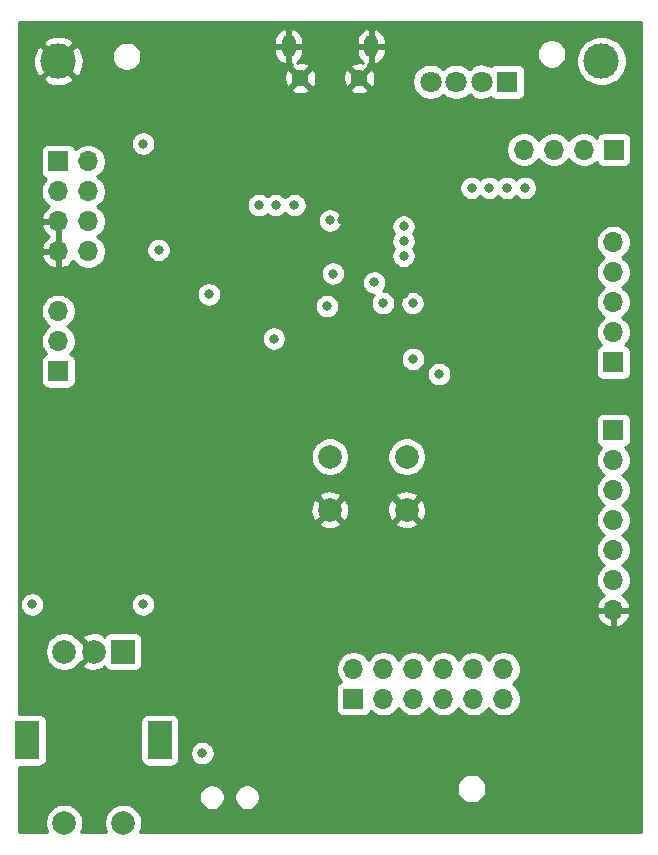
<source format=gbr>
%TF.GenerationSoftware,KiCad,Pcbnew,(5.1.10)-1*%
%TF.CreationDate,2021-11-12T17:46:38-08:00*%
%TF.ProjectId,mouse_proj,6d6f7573-655f-4707-926f-6a2e6b696361,rev?*%
%TF.SameCoordinates,Original*%
%TF.FileFunction,Copper,L2,Inr*%
%TF.FilePolarity,Positive*%
%FSLAX46Y46*%
G04 Gerber Fmt 4.6, Leading zero omitted, Abs format (unit mm)*
G04 Created by KiCad (PCBNEW (5.1.10)-1) date 2021-11-12 17:46:38*
%MOMM*%
%LPD*%
G01*
G04 APERTURE LIST*
%TA.AperFunction,ComponentPad*%
%ADD10C,2.000000*%
%TD*%
%TA.AperFunction,ComponentPad*%
%ADD11R,1.800000X1.800000*%
%TD*%
%TA.AperFunction,ComponentPad*%
%ADD12C,1.800000*%
%TD*%
%TA.AperFunction,ComponentPad*%
%ADD13C,1.450000*%
%TD*%
%TA.AperFunction,ComponentPad*%
%ADD14O,1.200000X1.900000*%
%TD*%
%TA.AperFunction,ComponentPad*%
%ADD15R,1.700000X1.700000*%
%TD*%
%TA.AperFunction,ComponentPad*%
%ADD16O,1.700000X1.700000*%
%TD*%
%TA.AperFunction,ComponentPad*%
%ADD17R,2.000000X3.200000*%
%TD*%
%TA.AperFunction,ComponentPad*%
%ADD18R,2.000000X2.000000*%
%TD*%
%TA.AperFunction,ComponentPad*%
%ADD19C,3.000000*%
%TD*%
%TA.AperFunction,ViaPad*%
%ADD20C,0.800000*%
%TD*%
%TA.AperFunction,Conductor*%
%ADD21C,0.254000*%
%TD*%
%TA.AperFunction,Conductor*%
%ADD22C,0.100000*%
%TD*%
G04 APERTURE END LIST*
D10*
%TO.N,NRST*%
%TO.C,SW2*%
X223500000Y-87500000D03*
%TO.N,GND*%
X223500000Y-92000000D03*
%TO.N,NRST*%
X217000000Y-87500000D03*
%TO.N,GND*%
X217000000Y-92000000D03*
%TD*%
D11*
%TO.N,Net-(D2-Pad1)*%
%TO.C,D2*%
X232000000Y-55750000D03*
D12*
%TO.N,GND*%
X229841000Y-55750000D03*
%TO.N,Net-(D2-Pad3)*%
X227682000Y-55750000D03*
%TO.N,Net-(D2-Pad4)*%
X225523000Y-55750000D03*
%TD*%
D13*
%TO.N,GND*%
%TO.C,J1*%
X219500000Y-55462500D03*
X214500000Y-55462500D03*
D14*
X220500000Y-52762500D03*
X213500000Y-52762500D03*
%TD*%
D15*
%TO.N,+3V3*%
%TO.C,J2*%
X241000000Y-85250000D03*
D16*
%TO.N,MOTION_TRACK*%
X241000000Y-87790000D03*
%TO.N,SPI1_MOSI*%
X241000000Y-90330000D03*
%TO.N,SPI1_MISO*%
X241000000Y-92870000D03*
%TO.N,SPI1_SCLK*%
X241000000Y-95410000D03*
%TO.N,SPI1_CSN*%
X241000000Y-97950000D03*
%TO.N,GND*%
X241000000Y-100490000D03*
%TD*%
D15*
%TO.N,MOUSELEFT*%
%TO.C,J4*%
X194000000Y-80250000D03*
D16*
%TO.N,MOUSERIGHT*%
X194000000Y-77710000D03*
%TO.N,+3V3*%
X194000000Y-75170000D03*
%TD*%
D15*
%TO.N,+3V3*%
%TO.C,J5*%
X194000000Y-62500000D03*
D16*
%TO.N,SWDIO*%
X196540000Y-62500000D03*
%TO.N,+3V3*%
X194000000Y-65040000D03*
%TO.N,SWCLK*%
X196540000Y-65040000D03*
%TO.N,GND*%
X194000000Y-67580000D03*
%TO.N,NRST*%
X196540000Y-67580000D03*
%TO.N,GND*%
X194000000Y-70120000D03*
%TO.N,SWO*%
X196540000Y-70120000D03*
%TD*%
D10*
%TO.N,N/C*%
%TO.C,SW3*%
X194500000Y-118500000D03*
X199500000Y-118500000D03*
D17*
X191400000Y-111500000D03*
X202600000Y-111500000D03*
D10*
%TO.N,Net-(R8-Pad2)*%
X194500000Y-104000000D03*
%TO.N,GND*%
X197000000Y-104000000D03*
D18*
%TO.N,Net-(R3-Pad1)*%
X199500000Y-104000000D03*
%TD*%
D19*
%TO.N,GND*%
%TO.C,TP1*%
X194000000Y-54000000D03*
%TD*%
%TO.N,+3V3*%
%TO.C,TP2*%
X240000000Y-54000000D03*
%TD*%
D15*
%TO.N,MOUSE05*%
%TO.C,J3*%
X219000000Y-108000000D03*
D16*
%TO.N,MOUSE00*%
X219000000Y-105460000D03*
%TO.N,MOUSE06*%
X221540000Y-108000000D03*
%TO.N,MOUSE01*%
X221540000Y-105460000D03*
%TO.N,MOUSE07*%
X224080000Y-108000000D03*
%TO.N,MOUSE02*%
X224080000Y-105460000D03*
%TO.N,MOUSE08*%
X226620000Y-108000000D03*
%TO.N,MOUSE03*%
X226620000Y-105460000D03*
%TO.N,MOUSE09*%
X229160000Y-108000000D03*
%TO.N,MOUSE04*%
X229160000Y-105460000D03*
%TO.N,MOUSE10*%
X231700000Y-108000000D03*
%TO.N,+3V3*%
X231700000Y-105460000D03*
%TD*%
D15*
%TO.N,MOUSE16*%
%TO.C,J6*%
X241040000Y-61500000D03*
D16*
%TO.N,MOUSE17*%
X238500000Y-61500000D03*
%TO.N,MOUSE18*%
X235960000Y-61500000D03*
%TO.N,MOUSE19*%
X233420000Y-61500000D03*
%TD*%
D15*
%TO.N,MOUSE11*%
%TO.C,J7*%
X241000000Y-79500000D03*
D16*
%TO.N,MOUSE12*%
X241000000Y-76960000D03*
%TO.N,MOUSE13*%
X241000000Y-74420000D03*
%TO.N,MOUSE14*%
X241000000Y-71880000D03*
%TO.N,MOUSE15*%
X241000000Y-69340000D03*
%TD*%
D20*
%TO.N,GND*%
X195000000Y-94800000D03*
X198000000Y-94800000D03*
X209800000Y-64000000D03*
X214800000Y-60400000D03*
X203600000Y-56500000D03*
X206250000Y-60019669D03*
X203600000Y-54000000D03*
X232000000Y-68000000D03*
X230500000Y-68000000D03*
X229000000Y-68000000D03*
X215500000Y-64000000D03*
X218000000Y-67500000D03*
X210000000Y-104500000D03*
X210250000Y-83000000D03*
X216500000Y-80750000D03*
X223500000Y-84500000D03*
X216750000Y-73500000D03*
X223250000Y-73750000D03*
X228000000Y-74250000D03*
X233500000Y-68000000D03*
X210750000Y-112850000D03*
X229750000Y-53750000D03*
%TO.N,+3V3*%
X229000000Y-64750000D03*
X230500000Y-64750000D03*
X232000000Y-64750000D03*
X206200000Y-112600000D03*
X201200000Y-100000000D03*
X191800000Y-100000000D03*
X201200000Y-61000000D03*
X211000000Y-66200000D03*
X212400000Y-66200000D03*
X214000000Y-66200000D03*
X217000000Y-67500000D03*
X206750000Y-73750000D03*
X212250000Y-77500000D03*
X216750000Y-74750000D03*
X224000000Y-74500000D03*
X233500000Y-64750000D03*
%TO.N,NRST*%
X217250000Y-72000000D03*
%TO.N,MOUSE13*%
X223250000Y-70500000D03*
%TO.N,MOUSE04*%
X220750000Y-72750000D03*
%TO.N,MOUSE14*%
X223250000Y-69250000D03*
%TO.N,MOUSE05*%
X221500000Y-74500000D03*
%TO.N,MOUSE15*%
X223250000Y-68000000D03*
%TO.N,MOUSE07*%
X224021845Y-79228155D03*
%TO.N,MOUSE08*%
X226250000Y-80500000D03*
%TO.N,SWO*%
X202500000Y-70000000D03*
%TD*%
D21*
%TO.N,GND*%
X243315001Y-119315000D02*
X200921832Y-119315000D01*
X200948918Y-119274463D01*
X201072168Y-118976912D01*
X201135000Y-118661033D01*
X201135000Y-118338967D01*
X201072168Y-118023088D01*
X200948918Y-117725537D01*
X200769987Y-117457748D01*
X200542252Y-117230013D01*
X200274463Y-117051082D01*
X199976912Y-116927832D01*
X199661033Y-116865000D01*
X199338967Y-116865000D01*
X199023088Y-116927832D01*
X198725537Y-117051082D01*
X198457748Y-117230013D01*
X198230013Y-117457748D01*
X198051082Y-117725537D01*
X197927832Y-118023088D01*
X197865000Y-118338967D01*
X197865000Y-118661033D01*
X197927832Y-118976912D01*
X198051082Y-119274463D01*
X198078168Y-119315000D01*
X195921832Y-119315000D01*
X195948918Y-119274463D01*
X196072168Y-118976912D01*
X196135000Y-118661033D01*
X196135000Y-118338967D01*
X196072168Y-118023088D01*
X195948918Y-117725537D01*
X195769987Y-117457748D01*
X195542252Y-117230013D01*
X195274463Y-117051082D01*
X194976912Y-116927832D01*
X194661033Y-116865000D01*
X194338967Y-116865000D01*
X194023088Y-116927832D01*
X193725537Y-117051082D01*
X193457748Y-117230013D01*
X193230013Y-117457748D01*
X193051082Y-117725537D01*
X192927832Y-118023088D01*
X192865000Y-118338967D01*
X192865000Y-118661033D01*
X192927832Y-118976912D01*
X193051082Y-119274463D01*
X193078168Y-119315000D01*
X190685000Y-119315000D01*
X190685000Y-116223137D01*
X205915000Y-116223137D01*
X205915000Y-116436863D01*
X205956696Y-116646483D01*
X206038485Y-116843940D01*
X206157225Y-117021647D01*
X206308353Y-117172775D01*
X206486060Y-117291515D01*
X206683517Y-117373304D01*
X206893137Y-117415000D01*
X207106863Y-117415000D01*
X207316483Y-117373304D01*
X207513940Y-117291515D01*
X207691647Y-117172775D01*
X207842775Y-117021647D01*
X207961515Y-116843940D01*
X208043304Y-116646483D01*
X208085000Y-116436863D01*
X208085000Y-116223137D01*
X208915000Y-116223137D01*
X208915000Y-116436863D01*
X208956696Y-116646483D01*
X209038485Y-116843940D01*
X209157225Y-117021647D01*
X209308353Y-117172775D01*
X209486060Y-117291515D01*
X209683517Y-117373304D01*
X209893137Y-117415000D01*
X210106863Y-117415000D01*
X210316483Y-117373304D01*
X210513940Y-117291515D01*
X210691647Y-117172775D01*
X210842775Y-117021647D01*
X210961515Y-116843940D01*
X211043304Y-116646483D01*
X211085000Y-116436863D01*
X211085000Y-116223137D01*
X211043304Y-116013517D01*
X210961515Y-115816060D01*
X210842775Y-115638353D01*
X210691647Y-115487225D01*
X210676180Y-115476890D01*
X227750048Y-115476890D01*
X227750048Y-115723110D01*
X227798083Y-115964598D01*
X227892307Y-116192074D01*
X228029099Y-116396798D01*
X228203202Y-116570901D01*
X228407926Y-116707693D01*
X228635402Y-116801917D01*
X228876890Y-116849952D01*
X229123110Y-116849952D01*
X229364598Y-116801917D01*
X229592074Y-116707693D01*
X229796798Y-116570901D01*
X229970901Y-116396798D01*
X230107693Y-116192074D01*
X230201917Y-115964598D01*
X230249952Y-115723110D01*
X230249952Y-115476890D01*
X230201917Y-115235402D01*
X230107693Y-115007926D01*
X229970901Y-114803202D01*
X229796798Y-114629099D01*
X229592074Y-114492307D01*
X229364598Y-114398083D01*
X229123110Y-114350048D01*
X228876890Y-114350048D01*
X228635402Y-114398083D01*
X228407926Y-114492307D01*
X228203202Y-114629099D01*
X228029099Y-114803202D01*
X227892307Y-115007926D01*
X227798083Y-115235402D01*
X227750048Y-115476890D01*
X210676180Y-115476890D01*
X210513940Y-115368485D01*
X210316483Y-115286696D01*
X210106863Y-115245000D01*
X209893137Y-115245000D01*
X209683517Y-115286696D01*
X209486060Y-115368485D01*
X209308353Y-115487225D01*
X209157225Y-115638353D01*
X209038485Y-115816060D01*
X208956696Y-116013517D01*
X208915000Y-116223137D01*
X208085000Y-116223137D01*
X208043304Y-116013517D01*
X207961515Y-115816060D01*
X207842775Y-115638353D01*
X207691647Y-115487225D01*
X207513940Y-115368485D01*
X207316483Y-115286696D01*
X207106863Y-115245000D01*
X206893137Y-115245000D01*
X206683517Y-115286696D01*
X206486060Y-115368485D01*
X206308353Y-115487225D01*
X206157225Y-115638353D01*
X206038485Y-115816060D01*
X205956696Y-116013517D01*
X205915000Y-116223137D01*
X190685000Y-116223137D01*
X190685000Y-113738072D01*
X192400000Y-113738072D01*
X192524482Y-113725812D01*
X192644180Y-113689502D01*
X192754494Y-113630537D01*
X192851185Y-113551185D01*
X192930537Y-113454494D01*
X192989502Y-113344180D01*
X193025812Y-113224482D01*
X193038072Y-113100000D01*
X193038072Y-109900000D01*
X200961928Y-109900000D01*
X200961928Y-113100000D01*
X200974188Y-113224482D01*
X201010498Y-113344180D01*
X201069463Y-113454494D01*
X201148815Y-113551185D01*
X201245506Y-113630537D01*
X201355820Y-113689502D01*
X201475518Y-113725812D01*
X201600000Y-113738072D01*
X203600000Y-113738072D01*
X203724482Y-113725812D01*
X203844180Y-113689502D01*
X203954494Y-113630537D01*
X204051185Y-113551185D01*
X204130537Y-113454494D01*
X204189502Y-113344180D01*
X204225812Y-113224482D01*
X204238072Y-113100000D01*
X204238072Y-112498061D01*
X205165000Y-112498061D01*
X205165000Y-112701939D01*
X205204774Y-112901898D01*
X205282795Y-113090256D01*
X205396063Y-113259774D01*
X205540226Y-113403937D01*
X205709744Y-113517205D01*
X205898102Y-113595226D01*
X206098061Y-113635000D01*
X206301939Y-113635000D01*
X206501898Y-113595226D01*
X206690256Y-113517205D01*
X206859774Y-113403937D01*
X207003937Y-113259774D01*
X207117205Y-113090256D01*
X207195226Y-112901898D01*
X207235000Y-112701939D01*
X207235000Y-112498061D01*
X207195226Y-112298102D01*
X207117205Y-112109744D01*
X207003937Y-111940226D01*
X206859774Y-111796063D01*
X206690256Y-111682795D01*
X206501898Y-111604774D01*
X206301939Y-111565000D01*
X206098061Y-111565000D01*
X205898102Y-111604774D01*
X205709744Y-111682795D01*
X205540226Y-111796063D01*
X205396063Y-111940226D01*
X205282795Y-112109744D01*
X205204774Y-112298102D01*
X205165000Y-112498061D01*
X204238072Y-112498061D01*
X204238072Y-109900000D01*
X204225812Y-109775518D01*
X204189502Y-109655820D01*
X204130537Y-109545506D01*
X204051185Y-109448815D01*
X203954494Y-109369463D01*
X203844180Y-109310498D01*
X203724482Y-109274188D01*
X203600000Y-109261928D01*
X201600000Y-109261928D01*
X201475518Y-109274188D01*
X201355820Y-109310498D01*
X201245506Y-109369463D01*
X201148815Y-109448815D01*
X201069463Y-109545506D01*
X201010498Y-109655820D01*
X200974188Y-109775518D01*
X200961928Y-109900000D01*
X193038072Y-109900000D01*
X193025812Y-109775518D01*
X192989502Y-109655820D01*
X192930537Y-109545506D01*
X192851185Y-109448815D01*
X192754494Y-109369463D01*
X192644180Y-109310498D01*
X192524482Y-109274188D01*
X192400000Y-109261928D01*
X190685000Y-109261928D01*
X190685000Y-107150000D01*
X217511928Y-107150000D01*
X217511928Y-108850000D01*
X217524188Y-108974482D01*
X217560498Y-109094180D01*
X217619463Y-109204494D01*
X217698815Y-109301185D01*
X217795506Y-109380537D01*
X217905820Y-109439502D01*
X218025518Y-109475812D01*
X218150000Y-109488072D01*
X219850000Y-109488072D01*
X219974482Y-109475812D01*
X220094180Y-109439502D01*
X220204494Y-109380537D01*
X220301185Y-109301185D01*
X220380537Y-109204494D01*
X220439502Y-109094180D01*
X220461513Y-109021620D01*
X220593368Y-109153475D01*
X220836589Y-109315990D01*
X221106842Y-109427932D01*
X221393740Y-109485000D01*
X221686260Y-109485000D01*
X221973158Y-109427932D01*
X222243411Y-109315990D01*
X222486632Y-109153475D01*
X222693475Y-108946632D01*
X222810000Y-108772240D01*
X222926525Y-108946632D01*
X223133368Y-109153475D01*
X223376589Y-109315990D01*
X223646842Y-109427932D01*
X223933740Y-109485000D01*
X224226260Y-109485000D01*
X224513158Y-109427932D01*
X224783411Y-109315990D01*
X225026632Y-109153475D01*
X225233475Y-108946632D01*
X225350000Y-108772240D01*
X225466525Y-108946632D01*
X225673368Y-109153475D01*
X225916589Y-109315990D01*
X226186842Y-109427932D01*
X226473740Y-109485000D01*
X226766260Y-109485000D01*
X227053158Y-109427932D01*
X227323411Y-109315990D01*
X227566632Y-109153475D01*
X227773475Y-108946632D01*
X227890000Y-108772240D01*
X228006525Y-108946632D01*
X228213368Y-109153475D01*
X228456589Y-109315990D01*
X228726842Y-109427932D01*
X229013740Y-109485000D01*
X229306260Y-109485000D01*
X229593158Y-109427932D01*
X229863411Y-109315990D01*
X230106632Y-109153475D01*
X230313475Y-108946632D01*
X230430000Y-108772240D01*
X230546525Y-108946632D01*
X230753368Y-109153475D01*
X230996589Y-109315990D01*
X231266842Y-109427932D01*
X231553740Y-109485000D01*
X231846260Y-109485000D01*
X232133158Y-109427932D01*
X232403411Y-109315990D01*
X232646632Y-109153475D01*
X232853475Y-108946632D01*
X233015990Y-108703411D01*
X233127932Y-108433158D01*
X233185000Y-108146260D01*
X233185000Y-107853740D01*
X233127932Y-107566842D01*
X233015990Y-107296589D01*
X232853475Y-107053368D01*
X232646632Y-106846525D01*
X232472240Y-106730000D01*
X232646632Y-106613475D01*
X232853475Y-106406632D01*
X233015990Y-106163411D01*
X233127932Y-105893158D01*
X233185000Y-105606260D01*
X233185000Y-105313740D01*
X233127932Y-105026842D01*
X233015990Y-104756589D01*
X232853475Y-104513368D01*
X232646632Y-104306525D01*
X232403411Y-104144010D01*
X232133158Y-104032068D01*
X231846260Y-103975000D01*
X231553740Y-103975000D01*
X231266842Y-104032068D01*
X230996589Y-104144010D01*
X230753368Y-104306525D01*
X230546525Y-104513368D01*
X230430000Y-104687760D01*
X230313475Y-104513368D01*
X230106632Y-104306525D01*
X229863411Y-104144010D01*
X229593158Y-104032068D01*
X229306260Y-103975000D01*
X229013740Y-103975000D01*
X228726842Y-104032068D01*
X228456589Y-104144010D01*
X228213368Y-104306525D01*
X228006525Y-104513368D01*
X227890000Y-104687760D01*
X227773475Y-104513368D01*
X227566632Y-104306525D01*
X227323411Y-104144010D01*
X227053158Y-104032068D01*
X226766260Y-103975000D01*
X226473740Y-103975000D01*
X226186842Y-104032068D01*
X225916589Y-104144010D01*
X225673368Y-104306525D01*
X225466525Y-104513368D01*
X225350000Y-104687760D01*
X225233475Y-104513368D01*
X225026632Y-104306525D01*
X224783411Y-104144010D01*
X224513158Y-104032068D01*
X224226260Y-103975000D01*
X223933740Y-103975000D01*
X223646842Y-104032068D01*
X223376589Y-104144010D01*
X223133368Y-104306525D01*
X222926525Y-104513368D01*
X222810000Y-104687760D01*
X222693475Y-104513368D01*
X222486632Y-104306525D01*
X222243411Y-104144010D01*
X221973158Y-104032068D01*
X221686260Y-103975000D01*
X221393740Y-103975000D01*
X221106842Y-104032068D01*
X220836589Y-104144010D01*
X220593368Y-104306525D01*
X220386525Y-104513368D01*
X220270000Y-104687760D01*
X220153475Y-104513368D01*
X219946632Y-104306525D01*
X219703411Y-104144010D01*
X219433158Y-104032068D01*
X219146260Y-103975000D01*
X218853740Y-103975000D01*
X218566842Y-104032068D01*
X218296589Y-104144010D01*
X218053368Y-104306525D01*
X217846525Y-104513368D01*
X217684010Y-104756589D01*
X217572068Y-105026842D01*
X217515000Y-105313740D01*
X217515000Y-105606260D01*
X217572068Y-105893158D01*
X217684010Y-106163411D01*
X217846525Y-106406632D01*
X217978380Y-106538487D01*
X217905820Y-106560498D01*
X217795506Y-106619463D01*
X217698815Y-106698815D01*
X217619463Y-106795506D01*
X217560498Y-106905820D01*
X217524188Y-107025518D01*
X217511928Y-107150000D01*
X190685000Y-107150000D01*
X190685000Y-103838967D01*
X192865000Y-103838967D01*
X192865000Y-104161033D01*
X192927832Y-104476912D01*
X193051082Y-104774463D01*
X193230013Y-105042252D01*
X193457748Y-105269987D01*
X193725537Y-105448918D01*
X194023088Y-105572168D01*
X194338967Y-105635000D01*
X194661033Y-105635000D01*
X194976912Y-105572168D01*
X195274463Y-105448918D01*
X195542252Y-105269987D01*
X195769987Y-105042252D01*
X195834925Y-104945065D01*
X195864587Y-104955808D01*
X196820395Y-104000000D01*
X195864587Y-103044192D01*
X195834925Y-103054935D01*
X195769987Y-102957748D01*
X195676826Y-102864587D01*
X196044192Y-102864587D01*
X197000000Y-103820395D01*
X197014143Y-103806253D01*
X197193748Y-103985858D01*
X197179605Y-104000000D01*
X197193748Y-104014143D01*
X197014143Y-104193748D01*
X197000000Y-104179605D01*
X196044192Y-105135413D01*
X196139956Y-105399814D01*
X196429571Y-105540704D01*
X196741108Y-105622384D01*
X197062595Y-105641718D01*
X197381675Y-105597961D01*
X197686088Y-105492795D01*
X197860044Y-105399814D01*
X197914024Y-105250777D01*
X197969463Y-105354494D01*
X198048815Y-105451185D01*
X198145506Y-105530537D01*
X198255820Y-105589502D01*
X198375518Y-105625812D01*
X198500000Y-105638072D01*
X200500000Y-105638072D01*
X200624482Y-105625812D01*
X200744180Y-105589502D01*
X200854494Y-105530537D01*
X200951185Y-105451185D01*
X201030537Y-105354494D01*
X201089502Y-105244180D01*
X201125812Y-105124482D01*
X201138072Y-105000000D01*
X201138072Y-103000000D01*
X201125812Y-102875518D01*
X201089502Y-102755820D01*
X201030537Y-102645506D01*
X200951185Y-102548815D01*
X200854494Y-102469463D01*
X200744180Y-102410498D01*
X200624482Y-102374188D01*
X200500000Y-102361928D01*
X198500000Y-102361928D01*
X198375518Y-102374188D01*
X198255820Y-102410498D01*
X198145506Y-102469463D01*
X198048815Y-102548815D01*
X197969463Y-102645506D01*
X197914024Y-102749223D01*
X197860044Y-102600186D01*
X197570429Y-102459296D01*
X197258892Y-102377616D01*
X196937405Y-102358282D01*
X196618325Y-102402039D01*
X196313912Y-102507205D01*
X196139956Y-102600186D01*
X196044192Y-102864587D01*
X195676826Y-102864587D01*
X195542252Y-102730013D01*
X195274463Y-102551082D01*
X194976912Y-102427832D01*
X194661033Y-102365000D01*
X194338967Y-102365000D01*
X194023088Y-102427832D01*
X193725537Y-102551082D01*
X193457748Y-102730013D01*
X193230013Y-102957748D01*
X193051082Y-103225537D01*
X192927832Y-103523088D01*
X192865000Y-103838967D01*
X190685000Y-103838967D01*
X190685000Y-99898061D01*
X190765000Y-99898061D01*
X190765000Y-100101939D01*
X190804774Y-100301898D01*
X190882795Y-100490256D01*
X190996063Y-100659774D01*
X191140226Y-100803937D01*
X191309744Y-100917205D01*
X191498102Y-100995226D01*
X191698061Y-101035000D01*
X191901939Y-101035000D01*
X192101898Y-100995226D01*
X192290256Y-100917205D01*
X192459774Y-100803937D01*
X192603937Y-100659774D01*
X192717205Y-100490256D01*
X192795226Y-100301898D01*
X192835000Y-100101939D01*
X192835000Y-99898061D01*
X200165000Y-99898061D01*
X200165000Y-100101939D01*
X200204774Y-100301898D01*
X200282795Y-100490256D01*
X200396063Y-100659774D01*
X200540226Y-100803937D01*
X200709744Y-100917205D01*
X200898102Y-100995226D01*
X201098061Y-101035000D01*
X201301939Y-101035000D01*
X201501898Y-100995226D01*
X201690256Y-100917205D01*
X201795490Y-100846890D01*
X239558524Y-100846890D01*
X239603175Y-100994099D01*
X239728359Y-101256920D01*
X239902412Y-101490269D01*
X240118645Y-101685178D01*
X240368748Y-101834157D01*
X240643109Y-101931481D01*
X240873000Y-101810814D01*
X240873000Y-100617000D01*
X241127000Y-100617000D01*
X241127000Y-101810814D01*
X241356891Y-101931481D01*
X241631252Y-101834157D01*
X241881355Y-101685178D01*
X242097588Y-101490269D01*
X242271641Y-101256920D01*
X242396825Y-100994099D01*
X242441476Y-100846890D01*
X242320155Y-100617000D01*
X241127000Y-100617000D01*
X240873000Y-100617000D01*
X239679845Y-100617000D01*
X239558524Y-100846890D01*
X201795490Y-100846890D01*
X201859774Y-100803937D01*
X202003937Y-100659774D01*
X202117205Y-100490256D01*
X202195226Y-100301898D01*
X202235000Y-100101939D01*
X202235000Y-99898061D01*
X202195226Y-99698102D01*
X202117205Y-99509744D01*
X202003937Y-99340226D01*
X201859774Y-99196063D01*
X201690256Y-99082795D01*
X201501898Y-99004774D01*
X201301939Y-98965000D01*
X201098061Y-98965000D01*
X200898102Y-99004774D01*
X200709744Y-99082795D01*
X200540226Y-99196063D01*
X200396063Y-99340226D01*
X200282795Y-99509744D01*
X200204774Y-99698102D01*
X200165000Y-99898061D01*
X192835000Y-99898061D01*
X192795226Y-99698102D01*
X192717205Y-99509744D01*
X192603937Y-99340226D01*
X192459774Y-99196063D01*
X192290256Y-99082795D01*
X192101898Y-99004774D01*
X191901939Y-98965000D01*
X191698061Y-98965000D01*
X191498102Y-99004774D01*
X191309744Y-99082795D01*
X191140226Y-99196063D01*
X190996063Y-99340226D01*
X190882795Y-99509744D01*
X190804774Y-99698102D01*
X190765000Y-99898061D01*
X190685000Y-99898061D01*
X190685000Y-93135413D01*
X216044192Y-93135413D01*
X216139956Y-93399814D01*
X216429571Y-93540704D01*
X216741108Y-93622384D01*
X217062595Y-93641718D01*
X217381675Y-93597961D01*
X217686088Y-93492795D01*
X217860044Y-93399814D01*
X217955808Y-93135413D01*
X222544192Y-93135413D01*
X222639956Y-93399814D01*
X222929571Y-93540704D01*
X223241108Y-93622384D01*
X223562595Y-93641718D01*
X223881675Y-93597961D01*
X224186088Y-93492795D01*
X224360044Y-93399814D01*
X224455808Y-93135413D01*
X223500000Y-92179605D01*
X222544192Y-93135413D01*
X217955808Y-93135413D01*
X217000000Y-92179605D01*
X216044192Y-93135413D01*
X190685000Y-93135413D01*
X190685000Y-92062595D01*
X215358282Y-92062595D01*
X215402039Y-92381675D01*
X215507205Y-92686088D01*
X215600186Y-92860044D01*
X215864587Y-92955808D01*
X216820395Y-92000000D01*
X217179605Y-92000000D01*
X218135413Y-92955808D01*
X218399814Y-92860044D01*
X218540704Y-92570429D01*
X218622384Y-92258892D01*
X218634189Y-92062595D01*
X221858282Y-92062595D01*
X221902039Y-92381675D01*
X222007205Y-92686088D01*
X222100186Y-92860044D01*
X222364587Y-92955808D01*
X223320395Y-92000000D01*
X223679605Y-92000000D01*
X224635413Y-92955808D01*
X224899814Y-92860044D01*
X225040704Y-92570429D01*
X225122384Y-92258892D01*
X225141718Y-91937405D01*
X225097961Y-91618325D01*
X224992795Y-91313912D01*
X224899814Y-91139956D01*
X224635413Y-91044192D01*
X223679605Y-92000000D01*
X223320395Y-92000000D01*
X222364587Y-91044192D01*
X222100186Y-91139956D01*
X221959296Y-91429571D01*
X221877616Y-91741108D01*
X221858282Y-92062595D01*
X218634189Y-92062595D01*
X218641718Y-91937405D01*
X218597961Y-91618325D01*
X218492795Y-91313912D01*
X218399814Y-91139956D01*
X218135413Y-91044192D01*
X217179605Y-92000000D01*
X216820395Y-92000000D01*
X215864587Y-91044192D01*
X215600186Y-91139956D01*
X215459296Y-91429571D01*
X215377616Y-91741108D01*
X215358282Y-92062595D01*
X190685000Y-92062595D01*
X190685000Y-90864587D01*
X216044192Y-90864587D01*
X217000000Y-91820395D01*
X217955808Y-90864587D01*
X222544192Y-90864587D01*
X223500000Y-91820395D01*
X224455808Y-90864587D01*
X224360044Y-90600186D01*
X224070429Y-90459296D01*
X223758892Y-90377616D01*
X223437405Y-90358282D01*
X223118325Y-90402039D01*
X222813912Y-90507205D01*
X222639956Y-90600186D01*
X222544192Y-90864587D01*
X217955808Y-90864587D01*
X217860044Y-90600186D01*
X217570429Y-90459296D01*
X217258892Y-90377616D01*
X216937405Y-90358282D01*
X216618325Y-90402039D01*
X216313912Y-90507205D01*
X216139956Y-90600186D01*
X216044192Y-90864587D01*
X190685000Y-90864587D01*
X190685000Y-87338967D01*
X215365000Y-87338967D01*
X215365000Y-87661033D01*
X215427832Y-87976912D01*
X215551082Y-88274463D01*
X215730013Y-88542252D01*
X215957748Y-88769987D01*
X216225537Y-88948918D01*
X216523088Y-89072168D01*
X216838967Y-89135000D01*
X217161033Y-89135000D01*
X217476912Y-89072168D01*
X217774463Y-88948918D01*
X218042252Y-88769987D01*
X218269987Y-88542252D01*
X218448918Y-88274463D01*
X218572168Y-87976912D01*
X218635000Y-87661033D01*
X218635000Y-87338967D01*
X221865000Y-87338967D01*
X221865000Y-87661033D01*
X221927832Y-87976912D01*
X222051082Y-88274463D01*
X222230013Y-88542252D01*
X222457748Y-88769987D01*
X222725537Y-88948918D01*
X223023088Y-89072168D01*
X223338967Y-89135000D01*
X223661033Y-89135000D01*
X223976912Y-89072168D01*
X224274463Y-88948918D01*
X224542252Y-88769987D01*
X224769987Y-88542252D01*
X224948918Y-88274463D01*
X225072168Y-87976912D01*
X225135000Y-87661033D01*
X225135000Y-87338967D01*
X225072168Y-87023088D01*
X224948918Y-86725537D01*
X224769987Y-86457748D01*
X224542252Y-86230013D01*
X224274463Y-86051082D01*
X223976912Y-85927832D01*
X223661033Y-85865000D01*
X223338967Y-85865000D01*
X223023088Y-85927832D01*
X222725537Y-86051082D01*
X222457748Y-86230013D01*
X222230013Y-86457748D01*
X222051082Y-86725537D01*
X221927832Y-87023088D01*
X221865000Y-87338967D01*
X218635000Y-87338967D01*
X218572168Y-87023088D01*
X218448918Y-86725537D01*
X218269987Y-86457748D01*
X218042252Y-86230013D01*
X217774463Y-86051082D01*
X217476912Y-85927832D01*
X217161033Y-85865000D01*
X216838967Y-85865000D01*
X216523088Y-85927832D01*
X216225537Y-86051082D01*
X215957748Y-86230013D01*
X215730013Y-86457748D01*
X215551082Y-86725537D01*
X215427832Y-87023088D01*
X215365000Y-87338967D01*
X190685000Y-87338967D01*
X190685000Y-84400000D01*
X239511928Y-84400000D01*
X239511928Y-86100000D01*
X239524188Y-86224482D01*
X239560498Y-86344180D01*
X239619463Y-86454494D01*
X239698815Y-86551185D01*
X239795506Y-86630537D01*
X239905820Y-86689502D01*
X239978380Y-86711513D01*
X239846525Y-86843368D01*
X239684010Y-87086589D01*
X239572068Y-87356842D01*
X239515000Y-87643740D01*
X239515000Y-87936260D01*
X239572068Y-88223158D01*
X239684010Y-88493411D01*
X239846525Y-88736632D01*
X240053368Y-88943475D01*
X240227760Y-89060000D01*
X240053368Y-89176525D01*
X239846525Y-89383368D01*
X239684010Y-89626589D01*
X239572068Y-89896842D01*
X239515000Y-90183740D01*
X239515000Y-90476260D01*
X239572068Y-90763158D01*
X239684010Y-91033411D01*
X239846525Y-91276632D01*
X240053368Y-91483475D01*
X240227760Y-91600000D01*
X240053368Y-91716525D01*
X239846525Y-91923368D01*
X239684010Y-92166589D01*
X239572068Y-92436842D01*
X239515000Y-92723740D01*
X239515000Y-93016260D01*
X239572068Y-93303158D01*
X239684010Y-93573411D01*
X239846525Y-93816632D01*
X240053368Y-94023475D01*
X240227760Y-94140000D01*
X240053368Y-94256525D01*
X239846525Y-94463368D01*
X239684010Y-94706589D01*
X239572068Y-94976842D01*
X239515000Y-95263740D01*
X239515000Y-95556260D01*
X239572068Y-95843158D01*
X239684010Y-96113411D01*
X239846525Y-96356632D01*
X240053368Y-96563475D01*
X240227760Y-96680000D01*
X240053368Y-96796525D01*
X239846525Y-97003368D01*
X239684010Y-97246589D01*
X239572068Y-97516842D01*
X239515000Y-97803740D01*
X239515000Y-98096260D01*
X239572068Y-98383158D01*
X239684010Y-98653411D01*
X239846525Y-98896632D01*
X240053368Y-99103475D01*
X240235534Y-99225195D01*
X240118645Y-99294822D01*
X239902412Y-99489731D01*
X239728359Y-99723080D01*
X239603175Y-99985901D01*
X239558524Y-100133110D01*
X239679845Y-100363000D01*
X240873000Y-100363000D01*
X240873000Y-100343000D01*
X241127000Y-100343000D01*
X241127000Y-100363000D01*
X242320155Y-100363000D01*
X242441476Y-100133110D01*
X242396825Y-99985901D01*
X242271641Y-99723080D01*
X242097588Y-99489731D01*
X241881355Y-99294822D01*
X241764466Y-99225195D01*
X241946632Y-99103475D01*
X242153475Y-98896632D01*
X242315990Y-98653411D01*
X242427932Y-98383158D01*
X242485000Y-98096260D01*
X242485000Y-97803740D01*
X242427932Y-97516842D01*
X242315990Y-97246589D01*
X242153475Y-97003368D01*
X241946632Y-96796525D01*
X241772240Y-96680000D01*
X241946632Y-96563475D01*
X242153475Y-96356632D01*
X242315990Y-96113411D01*
X242427932Y-95843158D01*
X242485000Y-95556260D01*
X242485000Y-95263740D01*
X242427932Y-94976842D01*
X242315990Y-94706589D01*
X242153475Y-94463368D01*
X241946632Y-94256525D01*
X241772240Y-94140000D01*
X241946632Y-94023475D01*
X242153475Y-93816632D01*
X242315990Y-93573411D01*
X242427932Y-93303158D01*
X242485000Y-93016260D01*
X242485000Y-92723740D01*
X242427932Y-92436842D01*
X242315990Y-92166589D01*
X242153475Y-91923368D01*
X241946632Y-91716525D01*
X241772240Y-91600000D01*
X241946632Y-91483475D01*
X242153475Y-91276632D01*
X242315990Y-91033411D01*
X242427932Y-90763158D01*
X242485000Y-90476260D01*
X242485000Y-90183740D01*
X242427932Y-89896842D01*
X242315990Y-89626589D01*
X242153475Y-89383368D01*
X241946632Y-89176525D01*
X241772240Y-89060000D01*
X241946632Y-88943475D01*
X242153475Y-88736632D01*
X242315990Y-88493411D01*
X242427932Y-88223158D01*
X242485000Y-87936260D01*
X242485000Y-87643740D01*
X242427932Y-87356842D01*
X242315990Y-87086589D01*
X242153475Y-86843368D01*
X242021620Y-86711513D01*
X242094180Y-86689502D01*
X242204494Y-86630537D01*
X242301185Y-86551185D01*
X242380537Y-86454494D01*
X242439502Y-86344180D01*
X242475812Y-86224482D01*
X242488072Y-86100000D01*
X242488072Y-84400000D01*
X242475812Y-84275518D01*
X242439502Y-84155820D01*
X242380537Y-84045506D01*
X242301185Y-83948815D01*
X242204494Y-83869463D01*
X242094180Y-83810498D01*
X241974482Y-83774188D01*
X241850000Y-83761928D01*
X240150000Y-83761928D01*
X240025518Y-83774188D01*
X239905820Y-83810498D01*
X239795506Y-83869463D01*
X239698815Y-83948815D01*
X239619463Y-84045506D01*
X239560498Y-84155820D01*
X239524188Y-84275518D01*
X239511928Y-84400000D01*
X190685000Y-84400000D01*
X190685000Y-79400000D01*
X192511928Y-79400000D01*
X192511928Y-81100000D01*
X192524188Y-81224482D01*
X192560498Y-81344180D01*
X192619463Y-81454494D01*
X192698815Y-81551185D01*
X192795506Y-81630537D01*
X192905820Y-81689502D01*
X193025518Y-81725812D01*
X193150000Y-81738072D01*
X194850000Y-81738072D01*
X194974482Y-81725812D01*
X195094180Y-81689502D01*
X195204494Y-81630537D01*
X195301185Y-81551185D01*
X195380537Y-81454494D01*
X195439502Y-81344180D01*
X195475812Y-81224482D01*
X195488072Y-81100000D01*
X195488072Y-80398061D01*
X225215000Y-80398061D01*
X225215000Y-80601939D01*
X225254774Y-80801898D01*
X225332795Y-80990256D01*
X225446063Y-81159774D01*
X225590226Y-81303937D01*
X225759744Y-81417205D01*
X225948102Y-81495226D01*
X226148061Y-81535000D01*
X226351939Y-81535000D01*
X226551898Y-81495226D01*
X226740256Y-81417205D01*
X226909774Y-81303937D01*
X227053937Y-81159774D01*
X227167205Y-80990256D01*
X227245226Y-80801898D01*
X227285000Y-80601939D01*
X227285000Y-80398061D01*
X227245226Y-80198102D01*
X227167205Y-80009744D01*
X227053937Y-79840226D01*
X226909774Y-79696063D01*
X226740256Y-79582795D01*
X226551898Y-79504774D01*
X226351939Y-79465000D01*
X226148061Y-79465000D01*
X225948102Y-79504774D01*
X225759744Y-79582795D01*
X225590226Y-79696063D01*
X225446063Y-79840226D01*
X225332795Y-80009744D01*
X225254774Y-80198102D01*
X225215000Y-80398061D01*
X195488072Y-80398061D01*
X195488072Y-79400000D01*
X195475812Y-79275518D01*
X195439502Y-79155820D01*
X195423679Y-79126216D01*
X222986845Y-79126216D01*
X222986845Y-79330094D01*
X223026619Y-79530053D01*
X223104640Y-79718411D01*
X223217908Y-79887929D01*
X223362071Y-80032092D01*
X223531589Y-80145360D01*
X223719947Y-80223381D01*
X223919906Y-80263155D01*
X224123784Y-80263155D01*
X224323743Y-80223381D01*
X224512101Y-80145360D01*
X224681619Y-80032092D01*
X224825782Y-79887929D01*
X224939050Y-79718411D01*
X225017071Y-79530053D01*
X225056845Y-79330094D01*
X225056845Y-79126216D01*
X225017071Y-78926257D01*
X224939050Y-78737899D01*
X224880318Y-78650000D01*
X239511928Y-78650000D01*
X239511928Y-80350000D01*
X239524188Y-80474482D01*
X239560498Y-80594180D01*
X239619463Y-80704494D01*
X239698815Y-80801185D01*
X239795506Y-80880537D01*
X239905820Y-80939502D01*
X240025518Y-80975812D01*
X240150000Y-80988072D01*
X241850000Y-80988072D01*
X241974482Y-80975812D01*
X242094180Y-80939502D01*
X242204494Y-80880537D01*
X242301185Y-80801185D01*
X242380537Y-80704494D01*
X242439502Y-80594180D01*
X242475812Y-80474482D01*
X242488072Y-80350000D01*
X242488072Y-78650000D01*
X242475812Y-78525518D01*
X242439502Y-78405820D01*
X242380537Y-78295506D01*
X242301185Y-78198815D01*
X242204494Y-78119463D01*
X242094180Y-78060498D01*
X242021620Y-78038487D01*
X242153475Y-77906632D01*
X242315990Y-77663411D01*
X242427932Y-77393158D01*
X242485000Y-77106260D01*
X242485000Y-76813740D01*
X242427932Y-76526842D01*
X242315990Y-76256589D01*
X242153475Y-76013368D01*
X241946632Y-75806525D01*
X241772240Y-75690000D01*
X241946632Y-75573475D01*
X242153475Y-75366632D01*
X242315990Y-75123411D01*
X242427932Y-74853158D01*
X242485000Y-74566260D01*
X242485000Y-74273740D01*
X242427932Y-73986842D01*
X242315990Y-73716589D01*
X242153475Y-73473368D01*
X241946632Y-73266525D01*
X241772240Y-73150000D01*
X241946632Y-73033475D01*
X242153475Y-72826632D01*
X242315990Y-72583411D01*
X242427932Y-72313158D01*
X242485000Y-72026260D01*
X242485000Y-71733740D01*
X242427932Y-71446842D01*
X242315990Y-71176589D01*
X242153475Y-70933368D01*
X241946632Y-70726525D01*
X241772240Y-70610000D01*
X241946632Y-70493475D01*
X242153475Y-70286632D01*
X242315990Y-70043411D01*
X242427932Y-69773158D01*
X242485000Y-69486260D01*
X242485000Y-69193740D01*
X242427932Y-68906842D01*
X242315990Y-68636589D01*
X242153475Y-68393368D01*
X241946632Y-68186525D01*
X241703411Y-68024010D01*
X241433158Y-67912068D01*
X241146260Y-67855000D01*
X240853740Y-67855000D01*
X240566842Y-67912068D01*
X240296589Y-68024010D01*
X240053368Y-68186525D01*
X239846525Y-68393368D01*
X239684010Y-68636589D01*
X239572068Y-68906842D01*
X239515000Y-69193740D01*
X239515000Y-69486260D01*
X239572068Y-69773158D01*
X239684010Y-70043411D01*
X239846525Y-70286632D01*
X240053368Y-70493475D01*
X240227760Y-70610000D01*
X240053368Y-70726525D01*
X239846525Y-70933368D01*
X239684010Y-71176589D01*
X239572068Y-71446842D01*
X239515000Y-71733740D01*
X239515000Y-72026260D01*
X239572068Y-72313158D01*
X239684010Y-72583411D01*
X239846525Y-72826632D01*
X240053368Y-73033475D01*
X240227760Y-73150000D01*
X240053368Y-73266525D01*
X239846525Y-73473368D01*
X239684010Y-73716589D01*
X239572068Y-73986842D01*
X239515000Y-74273740D01*
X239515000Y-74566260D01*
X239572068Y-74853158D01*
X239684010Y-75123411D01*
X239846525Y-75366632D01*
X240053368Y-75573475D01*
X240227760Y-75690000D01*
X240053368Y-75806525D01*
X239846525Y-76013368D01*
X239684010Y-76256589D01*
X239572068Y-76526842D01*
X239515000Y-76813740D01*
X239515000Y-77106260D01*
X239572068Y-77393158D01*
X239684010Y-77663411D01*
X239846525Y-77906632D01*
X239978380Y-78038487D01*
X239905820Y-78060498D01*
X239795506Y-78119463D01*
X239698815Y-78198815D01*
X239619463Y-78295506D01*
X239560498Y-78405820D01*
X239524188Y-78525518D01*
X239511928Y-78650000D01*
X224880318Y-78650000D01*
X224825782Y-78568381D01*
X224681619Y-78424218D01*
X224512101Y-78310950D01*
X224323743Y-78232929D01*
X224123784Y-78193155D01*
X223919906Y-78193155D01*
X223719947Y-78232929D01*
X223531589Y-78310950D01*
X223362071Y-78424218D01*
X223217908Y-78568381D01*
X223104640Y-78737899D01*
X223026619Y-78926257D01*
X222986845Y-79126216D01*
X195423679Y-79126216D01*
X195380537Y-79045506D01*
X195301185Y-78948815D01*
X195204494Y-78869463D01*
X195094180Y-78810498D01*
X195021620Y-78788487D01*
X195153475Y-78656632D01*
X195315990Y-78413411D01*
X195427932Y-78143158D01*
X195485000Y-77856260D01*
X195485000Y-77563740D01*
X195452045Y-77398061D01*
X211215000Y-77398061D01*
X211215000Y-77601939D01*
X211254774Y-77801898D01*
X211332795Y-77990256D01*
X211446063Y-78159774D01*
X211590226Y-78303937D01*
X211759744Y-78417205D01*
X211948102Y-78495226D01*
X212148061Y-78535000D01*
X212351939Y-78535000D01*
X212551898Y-78495226D01*
X212740256Y-78417205D01*
X212909774Y-78303937D01*
X213053937Y-78159774D01*
X213167205Y-77990256D01*
X213245226Y-77801898D01*
X213285000Y-77601939D01*
X213285000Y-77398061D01*
X213245226Y-77198102D01*
X213167205Y-77009744D01*
X213053937Y-76840226D01*
X212909774Y-76696063D01*
X212740256Y-76582795D01*
X212551898Y-76504774D01*
X212351939Y-76465000D01*
X212148061Y-76465000D01*
X211948102Y-76504774D01*
X211759744Y-76582795D01*
X211590226Y-76696063D01*
X211446063Y-76840226D01*
X211332795Y-77009744D01*
X211254774Y-77198102D01*
X211215000Y-77398061D01*
X195452045Y-77398061D01*
X195427932Y-77276842D01*
X195315990Y-77006589D01*
X195153475Y-76763368D01*
X194946632Y-76556525D01*
X194772240Y-76440000D01*
X194946632Y-76323475D01*
X195153475Y-76116632D01*
X195315990Y-75873411D01*
X195427932Y-75603158D01*
X195485000Y-75316260D01*
X195485000Y-75023740D01*
X195427932Y-74736842D01*
X195315990Y-74466589D01*
X195153475Y-74223368D01*
X194946632Y-74016525D01*
X194703411Y-73854010D01*
X194433158Y-73742068D01*
X194146260Y-73685000D01*
X193853740Y-73685000D01*
X193566842Y-73742068D01*
X193296589Y-73854010D01*
X193053368Y-74016525D01*
X192846525Y-74223368D01*
X192684010Y-74466589D01*
X192572068Y-74736842D01*
X192515000Y-75023740D01*
X192515000Y-75316260D01*
X192572068Y-75603158D01*
X192684010Y-75873411D01*
X192846525Y-76116632D01*
X193053368Y-76323475D01*
X193227760Y-76440000D01*
X193053368Y-76556525D01*
X192846525Y-76763368D01*
X192684010Y-77006589D01*
X192572068Y-77276842D01*
X192515000Y-77563740D01*
X192515000Y-77856260D01*
X192572068Y-78143158D01*
X192684010Y-78413411D01*
X192846525Y-78656632D01*
X192978380Y-78788487D01*
X192905820Y-78810498D01*
X192795506Y-78869463D01*
X192698815Y-78948815D01*
X192619463Y-79045506D01*
X192560498Y-79155820D01*
X192524188Y-79275518D01*
X192511928Y-79400000D01*
X190685000Y-79400000D01*
X190685000Y-73648061D01*
X205715000Y-73648061D01*
X205715000Y-73851939D01*
X205754774Y-74051898D01*
X205832795Y-74240256D01*
X205946063Y-74409774D01*
X206090226Y-74553937D01*
X206259744Y-74667205D01*
X206448102Y-74745226D01*
X206648061Y-74785000D01*
X206851939Y-74785000D01*
X207051898Y-74745226D01*
X207240256Y-74667205D01*
X207268907Y-74648061D01*
X215715000Y-74648061D01*
X215715000Y-74851939D01*
X215754774Y-75051898D01*
X215832795Y-75240256D01*
X215946063Y-75409774D01*
X216090226Y-75553937D01*
X216259744Y-75667205D01*
X216448102Y-75745226D01*
X216648061Y-75785000D01*
X216851939Y-75785000D01*
X217051898Y-75745226D01*
X217240256Y-75667205D01*
X217409774Y-75553937D01*
X217553937Y-75409774D01*
X217667205Y-75240256D01*
X217745226Y-75051898D01*
X217785000Y-74851939D01*
X217785000Y-74648061D01*
X217745226Y-74448102D01*
X217667205Y-74259744D01*
X217553937Y-74090226D01*
X217409774Y-73946063D01*
X217240256Y-73832795D01*
X217051898Y-73754774D01*
X216851939Y-73715000D01*
X216648061Y-73715000D01*
X216448102Y-73754774D01*
X216259744Y-73832795D01*
X216090226Y-73946063D01*
X215946063Y-74090226D01*
X215832795Y-74259744D01*
X215754774Y-74448102D01*
X215715000Y-74648061D01*
X207268907Y-74648061D01*
X207409774Y-74553937D01*
X207553937Y-74409774D01*
X207667205Y-74240256D01*
X207745226Y-74051898D01*
X207785000Y-73851939D01*
X207785000Y-73648061D01*
X207745226Y-73448102D01*
X207667205Y-73259744D01*
X207553937Y-73090226D01*
X207409774Y-72946063D01*
X207240256Y-72832795D01*
X207051898Y-72754774D01*
X206851939Y-72715000D01*
X206648061Y-72715000D01*
X206448102Y-72754774D01*
X206259744Y-72832795D01*
X206090226Y-72946063D01*
X205946063Y-73090226D01*
X205832795Y-73259744D01*
X205754774Y-73448102D01*
X205715000Y-73648061D01*
X190685000Y-73648061D01*
X190685000Y-71898061D01*
X216215000Y-71898061D01*
X216215000Y-72101939D01*
X216254774Y-72301898D01*
X216332795Y-72490256D01*
X216446063Y-72659774D01*
X216590226Y-72803937D01*
X216759744Y-72917205D01*
X216948102Y-72995226D01*
X217148061Y-73035000D01*
X217351939Y-73035000D01*
X217551898Y-72995226D01*
X217740256Y-72917205D01*
X217909774Y-72803937D01*
X218053937Y-72659774D01*
X218061763Y-72648061D01*
X219715000Y-72648061D01*
X219715000Y-72851939D01*
X219754774Y-73051898D01*
X219832795Y-73240256D01*
X219946063Y-73409774D01*
X220090226Y-73553937D01*
X220259744Y-73667205D01*
X220448102Y-73745226D01*
X220648061Y-73785000D01*
X220751289Y-73785000D01*
X220696063Y-73840226D01*
X220582795Y-74009744D01*
X220504774Y-74198102D01*
X220465000Y-74398061D01*
X220465000Y-74601939D01*
X220504774Y-74801898D01*
X220582795Y-74990256D01*
X220696063Y-75159774D01*
X220840226Y-75303937D01*
X221009744Y-75417205D01*
X221198102Y-75495226D01*
X221398061Y-75535000D01*
X221601939Y-75535000D01*
X221801898Y-75495226D01*
X221990256Y-75417205D01*
X222159774Y-75303937D01*
X222303937Y-75159774D01*
X222417205Y-74990256D01*
X222495226Y-74801898D01*
X222535000Y-74601939D01*
X222535000Y-74398061D01*
X222965000Y-74398061D01*
X222965000Y-74601939D01*
X223004774Y-74801898D01*
X223082795Y-74990256D01*
X223196063Y-75159774D01*
X223340226Y-75303937D01*
X223509744Y-75417205D01*
X223698102Y-75495226D01*
X223898061Y-75535000D01*
X224101939Y-75535000D01*
X224301898Y-75495226D01*
X224490256Y-75417205D01*
X224659774Y-75303937D01*
X224803937Y-75159774D01*
X224917205Y-74990256D01*
X224995226Y-74801898D01*
X225035000Y-74601939D01*
X225035000Y-74398061D01*
X224995226Y-74198102D01*
X224917205Y-74009744D01*
X224803937Y-73840226D01*
X224659774Y-73696063D01*
X224490256Y-73582795D01*
X224301898Y-73504774D01*
X224101939Y-73465000D01*
X223898061Y-73465000D01*
X223698102Y-73504774D01*
X223509744Y-73582795D01*
X223340226Y-73696063D01*
X223196063Y-73840226D01*
X223082795Y-74009744D01*
X223004774Y-74198102D01*
X222965000Y-74398061D01*
X222535000Y-74398061D01*
X222495226Y-74198102D01*
X222417205Y-74009744D01*
X222303937Y-73840226D01*
X222159774Y-73696063D01*
X221990256Y-73582795D01*
X221801898Y-73504774D01*
X221601939Y-73465000D01*
X221498711Y-73465000D01*
X221553937Y-73409774D01*
X221667205Y-73240256D01*
X221745226Y-73051898D01*
X221785000Y-72851939D01*
X221785000Y-72648061D01*
X221745226Y-72448102D01*
X221667205Y-72259744D01*
X221553937Y-72090226D01*
X221409774Y-71946063D01*
X221240256Y-71832795D01*
X221051898Y-71754774D01*
X220851939Y-71715000D01*
X220648061Y-71715000D01*
X220448102Y-71754774D01*
X220259744Y-71832795D01*
X220090226Y-71946063D01*
X219946063Y-72090226D01*
X219832795Y-72259744D01*
X219754774Y-72448102D01*
X219715000Y-72648061D01*
X218061763Y-72648061D01*
X218167205Y-72490256D01*
X218245226Y-72301898D01*
X218285000Y-72101939D01*
X218285000Y-71898061D01*
X218245226Y-71698102D01*
X218167205Y-71509744D01*
X218053937Y-71340226D01*
X217909774Y-71196063D01*
X217740256Y-71082795D01*
X217551898Y-71004774D01*
X217351939Y-70965000D01*
X217148061Y-70965000D01*
X216948102Y-71004774D01*
X216759744Y-71082795D01*
X216590226Y-71196063D01*
X216446063Y-71340226D01*
X216332795Y-71509744D01*
X216254774Y-71698102D01*
X216215000Y-71898061D01*
X190685000Y-71898061D01*
X190685000Y-70476890D01*
X192558524Y-70476890D01*
X192603175Y-70624099D01*
X192728359Y-70886920D01*
X192902412Y-71120269D01*
X193118645Y-71315178D01*
X193368748Y-71464157D01*
X193643109Y-71561481D01*
X193873000Y-71440814D01*
X193873000Y-70247000D01*
X192679845Y-70247000D01*
X192558524Y-70476890D01*
X190685000Y-70476890D01*
X190685000Y-67936890D01*
X192558524Y-67936890D01*
X192603175Y-68084099D01*
X192728359Y-68346920D01*
X192902412Y-68580269D01*
X193118645Y-68775178D01*
X193244255Y-68850000D01*
X193118645Y-68924822D01*
X192902412Y-69119731D01*
X192728359Y-69353080D01*
X192603175Y-69615901D01*
X192558524Y-69763110D01*
X192679845Y-69993000D01*
X193873000Y-69993000D01*
X193873000Y-67707000D01*
X192679845Y-67707000D01*
X192558524Y-67936890D01*
X190685000Y-67936890D01*
X190685000Y-61650000D01*
X192511928Y-61650000D01*
X192511928Y-63350000D01*
X192524188Y-63474482D01*
X192560498Y-63594180D01*
X192619463Y-63704494D01*
X192698815Y-63801185D01*
X192795506Y-63880537D01*
X192905820Y-63939502D01*
X192978380Y-63961513D01*
X192846525Y-64093368D01*
X192684010Y-64336589D01*
X192572068Y-64606842D01*
X192515000Y-64893740D01*
X192515000Y-65186260D01*
X192572068Y-65473158D01*
X192684010Y-65743411D01*
X192846525Y-65986632D01*
X193053368Y-66193475D01*
X193235534Y-66315195D01*
X193118645Y-66384822D01*
X192902412Y-66579731D01*
X192728359Y-66813080D01*
X192603175Y-67075901D01*
X192558524Y-67223110D01*
X192679845Y-67453000D01*
X193873000Y-67453000D01*
X193873000Y-67433000D01*
X194127000Y-67433000D01*
X194127000Y-67453000D01*
X194147000Y-67453000D01*
X194147000Y-67707000D01*
X194127000Y-67707000D01*
X194127000Y-69993000D01*
X194147000Y-69993000D01*
X194147000Y-70247000D01*
X194127000Y-70247000D01*
X194127000Y-71440814D01*
X194356891Y-71561481D01*
X194631252Y-71464157D01*
X194881355Y-71315178D01*
X195097588Y-71120269D01*
X195268900Y-70890594D01*
X195386525Y-71066632D01*
X195593368Y-71273475D01*
X195836589Y-71435990D01*
X196106842Y-71547932D01*
X196393740Y-71605000D01*
X196686260Y-71605000D01*
X196973158Y-71547932D01*
X197243411Y-71435990D01*
X197486632Y-71273475D01*
X197693475Y-71066632D01*
X197855990Y-70823411D01*
X197967932Y-70553158D01*
X198025000Y-70266260D01*
X198025000Y-69973740D01*
X198009947Y-69898061D01*
X201465000Y-69898061D01*
X201465000Y-70101939D01*
X201504774Y-70301898D01*
X201582795Y-70490256D01*
X201696063Y-70659774D01*
X201840226Y-70803937D01*
X202009744Y-70917205D01*
X202198102Y-70995226D01*
X202398061Y-71035000D01*
X202601939Y-71035000D01*
X202801898Y-70995226D01*
X202990256Y-70917205D01*
X203159774Y-70803937D01*
X203303937Y-70659774D01*
X203417205Y-70490256D01*
X203495226Y-70301898D01*
X203535000Y-70101939D01*
X203535000Y-69898061D01*
X203495226Y-69698102D01*
X203417205Y-69509744D01*
X203303937Y-69340226D01*
X203159774Y-69196063D01*
X202990256Y-69082795D01*
X202801898Y-69004774D01*
X202601939Y-68965000D01*
X202398061Y-68965000D01*
X202198102Y-69004774D01*
X202009744Y-69082795D01*
X201840226Y-69196063D01*
X201696063Y-69340226D01*
X201582795Y-69509744D01*
X201504774Y-69698102D01*
X201465000Y-69898061D01*
X198009947Y-69898061D01*
X197967932Y-69686842D01*
X197855990Y-69416589D01*
X197693475Y-69173368D01*
X197486632Y-68966525D01*
X197312240Y-68850000D01*
X197486632Y-68733475D01*
X197693475Y-68526632D01*
X197855990Y-68283411D01*
X197967932Y-68013158D01*
X198025000Y-67726260D01*
X198025000Y-67433740D01*
X198017903Y-67398061D01*
X215965000Y-67398061D01*
X215965000Y-67601939D01*
X216004774Y-67801898D01*
X216082795Y-67990256D01*
X216196063Y-68159774D01*
X216340226Y-68303937D01*
X216509744Y-68417205D01*
X216698102Y-68495226D01*
X216898061Y-68535000D01*
X217101939Y-68535000D01*
X217301898Y-68495226D01*
X217490256Y-68417205D01*
X217659774Y-68303937D01*
X217803937Y-68159774D01*
X217917205Y-67990256D01*
X217955393Y-67898061D01*
X222215000Y-67898061D01*
X222215000Y-68101939D01*
X222254774Y-68301898D01*
X222332795Y-68490256D01*
X222422828Y-68625000D01*
X222332795Y-68759744D01*
X222254774Y-68948102D01*
X222215000Y-69148061D01*
X222215000Y-69351939D01*
X222254774Y-69551898D01*
X222332795Y-69740256D01*
X222422828Y-69875000D01*
X222332795Y-70009744D01*
X222254774Y-70198102D01*
X222215000Y-70398061D01*
X222215000Y-70601939D01*
X222254774Y-70801898D01*
X222332795Y-70990256D01*
X222446063Y-71159774D01*
X222590226Y-71303937D01*
X222759744Y-71417205D01*
X222948102Y-71495226D01*
X223148061Y-71535000D01*
X223351939Y-71535000D01*
X223551898Y-71495226D01*
X223740256Y-71417205D01*
X223909774Y-71303937D01*
X224053937Y-71159774D01*
X224167205Y-70990256D01*
X224245226Y-70801898D01*
X224285000Y-70601939D01*
X224285000Y-70398061D01*
X224245226Y-70198102D01*
X224167205Y-70009744D01*
X224077172Y-69875000D01*
X224167205Y-69740256D01*
X224245226Y-69551898D01*
X224285000Y-69351939D01*
X224285000Y-69148061D01*
X224245226Y-68948102D01*
X224167205Y-68759744D01*
X224077172Y-68625000D01*
X224167205Y-68490256D01*
X224245226Y-68301898D01*
X224285000Y-68101939D01*
X224285000Y-67898061D01*
X224245226Y-67698102D01*
X224167205Y-67509744D01*
X224053937Y-67340226D01*
X223909774Y-67196063D01*
X223740256Y-67082795D01*
X223551898Y-67004774D01*
X223351939Y-66965000D01*
X223148061Y-66965000D01*
X222948102Y-67004774D01*
X222759744Y-67082795D01*
X222590226Y-67196063D01*
X222446063Y-67340226D01*
X222332795Y-67509744D01*
X222254774Y-67698102D01*
X222215000Y-67898061D01*
X217955393Y-67898061D01*
X217995226Y-67801898D01*
X218035000Y-67601939D01*
X218035000Y-67398061D01*
X217995226Y-67198102D01*
X217917205Y-67009744D01*
X217803937Y-66840226D01*
X217659774Y-66696063D01*
X217490256Y-66582795D01*
X217301898Y-66504774D01*
X217101939Y-66465000D01*
X216898061Y-66465000D01*
X216698102Y-66504774D01*
X216509744Y-66582795D01*
X216340226Y-66696063D01*
X216196063Y-66840226D01*
X216082795Y-67009744D01*
X216004774Y-67198102D01*
X215965000Y-67398061D01*
X198017903Y-67398061D01*
X197967932Y-67146842D01*
X197855990Y-66876589D01*
X197693475Y-66633368D01*
X197486632Y-66426525D01*
X197312240Y-66310000D01*
X197486632Y-66193475D01*
X197582046Y-66098061D01*
X209965000Y-66098061D01*
X209965000Y-66301939D01*
X210004774Y-66501898D01*
X210082795Y-66690256D01*
X210196063Y-66859774D01*
X210340226Y-67003937D01*
X210509744Y-67117205D01*
X210698102Y-67195226D01*
X210898061Y-67235000D01*
X211101939Y-67235000D01*
X211301898Y-67195226D01*
X211490256Y-67117205D01*
X211659774Y-67003937D01*
X211700000Y-66963711D01*
X211740226Y-67003937D01*
X211909744Y-67117205D01*
X212098102Y-67195226D01*
X212298061Y-67235000D01*
X212501939Y-67235000D01*
X212701898Y-67195226D01*
X212890256Y-67117205D01*
X213059774Y-67003937D01*
X213200000Y-66863711D01*
X213340226Y-67003937D01*
X213509744Y-67117205D01*
X213698102Y-67195226D01*
X213898061Y-67235000D01*
X214101939Y-67235000D01*
X214301898Y-67195226D01*
X214490256Y-67117205D01*
X214659774Y-67003937D01*
X214803937Y-66859774D01*
X214917205Y-66690256D01*
X214995226Y-66501898D01*
X215035000Y-66301939D01*
X215035000Y-66098061D01*
X214995226Y-65898102D01*
X214917205Y-65709744D01*
X214803937Y-65540226D01*
X214659774Y-65396063D01*
X214490256Y-65282795D01*
X214301898Y-65204774D01*
X214101939Y-65165000D01*
X213898061Y-65165000D01*
X213698102Y-65204774D01*
X213509744Y-65282795D01*
X213340226Y-65396063D01*
X213200000Y-65536289D01*
X213059774Y-65396063D01*
X212890256Y-65282795D01*
X212701898Y-65204774D01*
X212501939Y-65165000D01*
X212298061Y-65165000D01*
X212098102Y-65204774D01*
X211909744Y-65282795D01*
X211740226Y-65396063D01*
X211700000Y-65436289D01*
X211659774Y-65396063D01*
X211490256Y-65282795D01*
X211301898Y-65204774D01*
X211101939Y-65165000D01*
X210898061Y-65165000D01*
X210698102Y-65204774D01*
X210509744Y-65282795D01*
X210340226Y-65396063D01*
X210196063Y-65540226D01*
X210082795Y-65709744D01*
X210004774Y-65898102D01*
X209965000Y-66098061D01*
X197582046Y-66098061D01*
X197693475Y-65986632D01*
X197855990Y-65743411D01*
X197967932Y-65473158D01*
X198025000Y-65186260D01*
X198025000Y-64893740D01*
X197976132Y-64648061D01*
X227965000Y-64648061D01*
X227965000Y-64851939D01*
X228004774Y-65051898D01*
X228082795Y-65240256D01*
X228196063Y-65409774D01*
X228340226Y-65553937D01*
X228509744Y-65667205D01*
X228698102Y-65745226D01*
X228898061Y-65785000D01*
X229101939Y-65785000D01*
X229301898Y-65745226D01*
X229490256Y-65667205D01*
X229659774Y-65553937D01*
X229750000Y-65463711D01*
X229840226Y-65553937D01*
X230009744Y-65667205D01*
X230198102Y-65745226D01*
X230398061Y-65785000D01*
X230601939Y-65785000D01*
X230801898Y-65745226D01*
X230990256Y-65667205D01*
X231159774Y-65553937D01*
X231250000Y-65463711D01*
X231340226Y-65553937D01*
X231509744Y-65667205D01*
X231698102Y-65745226D01*
X231898061Y-65785000D01*
X232101939Y-65785000D01*
X232301898Y-65745226D01*
X232490256Y-65667205D01*
X232659774Y-65553937D01*
X232750000Y-65463711D01*
X232840226Y-65553937D01*
X233009744Y-65667205D01*
X233198102Y-65745226D01*
X233398061Y-65785000D01*
X233601939Y-65785000D01*
X233801898Y-65745226D01*
X233990256Y-65667205D01*
X234159774Y-65553937D01*
X234303937Y-65409774D01*
X234417205Y-65240256D01*
X234495226Y-65051898D01*
X234535000Y-64851939D01*
X234535000Y-64648061D01*
X234495226Y-64448102D01*
X234417205Y-64259744D01*
X234303937Y-64090226D01*
X234159774Y-63946063D01*
X233990256Y-63832795D01*
X233801898Y-63754774D01*
X233601939Y-63715000D01*
X233398061Y-63715000D01*
X233198102Y-63754774D01*
X233009744Y-63832795D01*
X232840226Y-63946063D01*
X232750000Y-64036289D01*
X232659774Y-63946063D01*
X232490256Y-63832795D01*
X232301898Y-63754774D01*
X232101939Y-63715000D01*
X231898061Y-63715000D01*
X231698102Y-63754774D01*
X231509744Y-63832795D01*
X231340226Y-63946063D01*
X231250000Y-64036289D01*
X231159774Y-63946063D01*
X230990256Y-63832795D01*
X230801898Y-63754774D01*
X230601939Y-63715000D01*
X230398061Y-63715000D01*
X230198102Y-63754774D01*
X230009744Y-63832795D01*
X229840226Y-63946063D01*
X229750000Y-64036289D01*
X229659774Y-63946063D01*
X229490256Y-63832795D01*
X229301898Y-63754774D01*
X229101939Y-63715000D01*
X228898061Y-63715000D01*
X228698102Y-63754774D01*
X228509744Y-63832795D01*
X228340226Y-63946063D01*
X228196063Y-64090226D01*
X228082795Y-64259744D01*
X228004774Y-64448102D01*
X227965000Y-64648061D01*
X197976132Y-64648061D01*
X197967932Y-64606842D01*
X197855990Y-64336589D01*
X197693475Y-64093368D01*
X197486632Y-63886525D01*
X197312240Y-63770000D01*
X197486632Y-63653475D01*
X197693475Y-63446632D01*
X197855990Y-63203411D01*
X197967932Y-62933158D01*
X198025000Y-62646260D01*
X198025000Y-62353740D01*
X197967932Y-62066842D01*
X197855990Y-61796589D01*
X197693475Y-61553368D01*
X197486632Y-61346525D01*
X197243411Y-61184010D01*
X196973158Y-61072068D01*
X196686260Y-61015000D01*
X196393740Y-61015000D01*
X196106842Y-61072068D01*
X195836589Y-61184010D01*
X195593368Y-61346525D01*
X195461513Y-61478380D01*
X195439502Y-61405820D01*
X195380537Y-61295506D01*
X195301185Y-61198815D01*
X195204494Y-61119463D01*
X195094180Y-61060498D01*
X194974482Y-61024188D01*
X194850000Y-61011928D01*
X193150000Y-61011928D01*
X193025518Y-61024188D01*
X192905820Y-61060498D01*
X192795506Y-61119463D01*
X192698815Y-61198815D01*
X192619463Y-61295506D01*
X192560498Y-61405820D01*
X192524188Y-61525518D01*
X192511928Y-61650000D01*
X190685000Y-61650000D01*
X190685000Y-60898061D01*
X200165000Y-60898061D01*
X200165000Y-61101939D01*
X200204774Y-61301898D01*
X200282795Y-61490256D01*
X200396063Y-61659774D01*
X200540226Y-61803937D01*
X200709744Y-61917205D01*
X200898102Y-61995226D01*
X201098061Y-62035000D01*
X201301939Y-62035000D01*
X201501898Y-61995226D01*
X201690256Y-61917205D01*
X201859774Y-61803937D01*
X202003937Y-61659774D01*
X202117205Y-61490256D01*
X202173752Y-61353740D01*
X231935000Y-61353740D01*
X231935000Y-61646260D01*
X231992068Y-61933158D01*
X232104010Y-62203411D01*
X232266525Y-62446632D01*
X232473368Y-62653475D01*
X232716589Y-62815990D01*
X232986842Y-62927932D01*
X233273740Y-62985000D01*
X233566260Y-62985000D01*
X233853158Y-62927932D01*
X234123411Y-62815990D01*
X234366632Y-62653475D01*
X234573475Y-62446632D01*
X234690000Y-62272240D01*
X234806525Y-62446632D01*
X235013368Y-62653475D01*
X235256589Y-62815990D01*
X235526842Y-62927932D01*
X235813740Y-62985000D01*
X236106260Y-62985000D01*
X236393158Y-62927932D01*
X236663411Y-62815990D01*
X236906632Y-62653475D01*
X237113475Y-62446632D01*
X237230000Y-62272240D01*
X237346525Y-62446632D01*
X237553368Y-62653475D01*
X237796589Y-62815990D01*
X238066842Y-62927932D01*
X238353740Y-62985000D01*
X238646260Y-62985000D01*
X238933158Y-62927932D01*
X239203411Y-62815990D01*
X239446632Y-62653475D01*
X239578487Y-62521620D01*
X239600498Y-62594180D01*
X239659463Y-62704494D01*
X239738815Y-62801185D01*
X239835506Y-62880537D01*
X239945820Y-62939502D01*
X240065518Y-62975812D01*
X240190000Y-62988072D01*
X241890000Y-62988072D01*
X242014482Y-62975812D01*
X242134180Y-62939502D01*
X242244494Y-62880537D01*
X242341185Y-62801185D01*
X242420537Y-62704494D01*
X242479502Y-62594180D01*
X242515812Y-62474482D01*
X242528072Y-62350000D01*
X242528072Y-60650000D01*
X242515812Y-60525518D01*
X242479502Y-60405820D01*
X242420537Y-60295506D01*
X242341185Y-60198815D01*
X242244494Y-60119463D01*
X242134180Y-60060498D01*
X242014482Y-60024188D01*
X241890000Y-60011928D01*
X240190000Y-60011928D01*
X240065518Y-60024188D01*
X239945820Y-60060498D01*
X239835506Y-60119463D01*
X239738815Y-60198815D01*
X239659463Y-60295506D01*
X239600498Y-60405820D01*
X239578487Y-60478380D01*
X239446632Y-60346525D01*
X239203411Y-60184010D01*
X238933158Y-60072068D01*
X238646260Y-60015000D01*
X238353740Y-60015000D01*
X238066842Y-60072068D01*
X237796589Y-60184010D01*
X237553368Y-60346525D01*
X237346525Y-60553368D01*
X237230000Y-60727760D01*
X237113475Y-60553368D01*
X236906632Y-60346525D01*
X236663411Y-60184010D01*
X236393158Y-60072068D01*
X236106260Y-60015000D01*
X235813740Y-60015000D01*
X235526842Y-60072068D01*
X235256589Y-60184010D01*
X235013368Y-60346525D01*
X234806525Y-60553368D01*
X234690000Y-60727760D01*
X234573475Y-60553368D01*
X234366632Y-60346525D01*
X234123411Y-60184010D01*
X233853158Y-60072068D01*
X233566260Y-60015000D01*
X233273740Y-60015000D01*
X232986842Y-60072068D01*
X232716589Y-60184010D01*
X232473368Y-60346525D01*
X232266525Y-60553368D01*
X232104010Y-60796589D01*
X231992068Y-61066842D01*
X231935000Y-61353740D01*
X202173752Y-61353740D01*
X202195226Y-61301898D01*
X202235000Y-61101939D01*
X202235000Y-60898061D01*
X202195226Y-60698102D01*
X202117205Y-60509744D01*
X202003937Y-60340226D01*
X201859774Y-60196063D01*
X201690256Y-60082795D01*
X201501898Y-60004774D01*
X201301939Y-59965000D01*
X201098061Y-59965000D01*
X200898102Y-60004774D01*
X200709744Y-60082795D01*
X200540226Y-60196063D01*
X200396063Y-60340226D01*
X200282795Y-60509744D01*
X200204774Y-60698102D01*
X200165000Y-60898061D01*
X190685000Y-60898061D01*
X190685000Y-56401633D01*
X213740472Y-56401633D01*
X213802965Y-56637950D01*
X214045678Y-56751350D01*
X214305849Y-56815219D01*
X214573482Y-56827104D01*
X214838291Y-56786548D01*
X215090100Y-56695109D01*
X215197035Y-56637950D01*
X215259528Y-56401633D01*
X218740472Y-56401633D01*
X218802965Y-56637950D01*
X219045678Y-56751350D01*
X219305849Y-56815219D01*
X219573482Y-56827104D01*
X219838291Y-56786548D01*
X220090100Y-56695109D01*
X220197035Y-56637950D01*
X220259528Y-56401633D01*
X219500000Y-55642105D01*
X218740472Y-56401633D01*
X215259528Y-56401633D01*
X214500000Y-55642105D01*
X213740472Y-56401633D01*
X190685000Y-56401633D01*
X190685000Y-55491653D01*
X192687952Y-55491653D01*
X192843962Y-55807214D01*
X193218745Y-55998020D01*
X193623551Y-56112044D01*
X194042824Y-56144902D01*
X194460451Y-56095334D01*
X194860383Y-55965243D01*
X195156038Y-55807214D01*
X195290132Y-55535982D01*
X213135396Y-55535982D01*
X213175952Y-55800791D01*
X213267391Y-56052600D01*
X213324550Y-56159535D01*
X213560867Y-56222028D01*
X214320395Y-55462500D01*
X214679605Y-55462500D01*
X215439133Y-56222028D01*
X215675450Y-56159535D01*
X215788850Y-55916822D01*
X215852719Y-55656651D01*
X215858077Y-55535982D01*
X218135396Y-55535982D01*
X218175952Y-55800791D01*
X218267391Y-56052600D01*
X218324550Y-56159535D01*
X218560867Y-56222028D01*
X219320395Y-55462500D01*
X219679605Y-55462500D01*
X220439133Y-56222028D01*
X220675450Y-56159535D01*
X220788850Y-55916822D01*
X220852719Y-55656651D01*
X220855287Y-55598816D01*
X223988000Y-55598816D01*
X223988000Y-55901184D01*
X224046989Y-56197743D01*
X224162701Y-56477095D01*
X224330688Y-56728505D01*
X224544495Y-56942312D01*
X224795905Y-57110299D01*
X225075257Y-57226011D01*
X225371816Y-57285000D01*
X225674184Y-57285000D01*
X225970743Y-57226011D01*
X226250095Y-57110299D01*
X226501505Y-56942312D01*
X226602500Y-56841317D01*
X226703495Y-56942312D01*
X226954905Y-57110299D01*
X227234257Y-57226011D01*
X227530816Y-57285000D01*
X227833184Y-57285000D01*
X228129743Y-57226011D01*
X228409095Y-57110299D01*
X228660505Y-56942312D01*
X228756683Y-56846135D01*
X228840578Y-56930030D01*
X228956526Y-56814082D01*
X229040208Y-57068261D01*
X229312775Y-57199158D01*
X229605642Y-57274365D01*
X229907553Y-57290991D01*
X230206907Y-57248397D01*
X230492199Y-57148222D01*
X230627892Y-57075691D01*
X230648815Y-57101185D01*
X230745506Y-57180537D01*
X230855820Y-57239502D01*
X230975518Y-57275812D01*
X231100000Y-57288072D01*
X232900000Y-57288072D01*
X233024482Y-57275812D01*
X233144180Y-57239502D01*
X233254494Y-57180537D01*
X233351185Y-57101185D01*
X233430537Y-57004494D01*
X233489502Y-56894180D01*
X233525812Y-56774482D01*
X233538072Y-56650000D01*
X233538072Y-54850000D01*
X233525812Y-54725518D01*
X233489502Y-54605820D01*
X233430537Y-54495506D01*
X233351185Y-54398815D01*
X233254494Y-54319463D01*
X233144180Y-54260498D01*
X233024482Y-54224188D01*
X232900000Y-54211928D01*
X231100000Y-54211928D01*
X230975518Y-54224188D01*
X230855820Y-54260498D01*
X230745506Y-54319463D01*
X230648815Y-54398815D01*
X230627448Y-54424851D01*
X230369225Y-54300842D01*
X230076358Y-54225635D01*
X229774447Y-54209009D01*
X229475093Y-54251603D01*
X229189801Y-54351778D01*
X229040208Y-54431739D01*
X228956526Y-54685918D01*
X228840578Y-54569970D01*
X228756683Y-54653866D01*
X228660505Y-54557688D01*
X228409095Y-54389701D01*
X228129743Y-54273989D01*
X227833184Y-54215000D01*
X227530816Y-54215000D01*
X227234257Y-54273989D01*
X226954905Y-54389701D01*
X226703495Y-54557688D01*
X226602500Y-54658683D01*
X226501505Y-54557688D01*
X226250095Y-54389701D01*
X225970743Y-54273989D01*
X225674184Y-54215000D01*
X225371816Y-54215000D01*
X225075257Y-54273989D01*
X224795905Y-54389701D01*
X224544495Y-54557688D01*
X224330688Y-54771495D01*
X224162701Y-55022905D01*
X224046989Y-55302257D01*
X223988000Y-55598816D01*
X220855287Y-55598816D01*
X220864604Y-55389018D01*
X220824048Y-55124209D01*
X220732609Y-54872400D01*
X220675450Y-54765465D01*
X220439133Y-54702972D01*
X219679605Y-55462500D01*
X219320395Y-55462500D01*
X218560867Y-54702972D01*
X218324550Y-54765465D01*
X218211150Y-55008178D01*
X218147281Y-55268349D01*
X218135396Y-55535982D01*
X215858077Y-55535982D01*
X215864604Y-55389018D01*
X215824048Y-55124209D01*
X215732609Y-54872400D01*
X215675450Y-54765465D01*
X215439133Y-54702972D01*
X214679605Y-55462500D01*
X214320395Y-55462500D01*
X213560867Y-54702972D01*
X213324550Y-54765465D01*
X213211150Y-55008178D01*
X213147281Y-55268349D01*
X213135396Y-55535982D01*
X195290132Y-55535982D01*
X195312048Y-55491653D01*
X194000000Y-54179605D01*
X192687952Y-55491653D01*
X190685000Y-55491653D01*
X190685000Y-54042824D01*
X191855098Y-54042824D01*
X191904666Y-54460451D01*
X192034757Y-54860383D01*
X192192786Y-55156038D01*
X192508347Y-55312048D01*
X193820395Y-54000000D01*
X194179605Y-54000000D01*
X195491653Y-55312048D01*
X195807214Y-55156038D01*
X195998020Y-54781255D01*
X196112044Y-54376449D01*
X196144902Y-53957176D01*
X196095334Y-53539549D01*
X196074953Y-53476890D01*
X198550048Y-53476890D01*
X198550048Y-53723110D01*
X198598083Y-53964598D01*
X198692307Y-54192074D01*
X198829099Y-54396798D01*
X199003202Y-54570901D01*
X199207926Y-54707693D01*
X199435402Y-54801917D01*
X199676890Y-54849952D01*
X199923110Y-54849952D01*
X200164598Y-54801917D01*
X200392074Y-54707693D01*
X200596798Y-54570901D01*
X200770901Y-54396798D01*
X200907693Y-54192074D01*
X201001917Y-53964598D01*
X201049952Y-53723110D01*
X201049952Y-53476890D01*
X201001917Y-53235402D01*
X200907693Y-53007926D01*
X200828564Y-52889500D01*
X212265000Y-52889500D01*
X212265000Y-53239500D01*
X212313507Y-53477996D01*
X212407610Y-53702446D01*
X212543693Y-53904225D01*
X212716526Y-54075578D01*
X212919467Y-54209921D01*
X213144718Y-54302091D01*
X213182391Y-54305962D01*
X213373000Y-54181231D01*
X213373000Y-52889500D01*
X213627000Y-52889500D01*
X213627000Y-54181231D01*
X213800862Y-54295003D01*
X213740472Y-54523367D01*
X214500000Y-55282895D01*
X215259528Y-54523367D01*
X218740472Y-54523367D01*
X219500000Y-55282895D01*
X220259528Y-54523367D01*
X220199138Y-54295003D01*
X220373000Y-54181231D01*
X220373000Y-52889500D01*
X220627000Y-52889500D01*
X220627000Y-54181231D01*
X220817609Y-54305962D01*
X220855282Y-54302091D01*
X221080533Y-54209921D01*
X221283474Y-54075578D01*
X221456307Y-53904225D01*
X221592390Y-53702446D01*
X221686493Y-53477996D01*
X221727395Y-53276890D01*
X234526048Y-53276890D01*
X234526048Y-53523110D01*
X234574083Y-53764598D01*
X234668307Y-53992074D01*
X234805099Y-54196798D01*
X234979202Y-54370901D01*
X235183926Y-54507693D01*
X235411402Y-54601917D01*
X235652890Y-54649952D01*
X235899110Y-54649952D01*
X236140598Y-54601917D01*
X236368074Y-54507693D01*
X236572798Y-54370901D01*
X236746901Y-54196798D01*
X236883693Y-53992074D01*
X236967510Y-53789721D01*
X237865000Y-53789721D01*
X237865000Y-54210279D01*
X237947047Y-54622756D01*
X238107988Y-55011302D01*
X238341637Y-55360983D01*
X238639017Y-55658363D01*
X238988698Y-55892012D01*
X239377244Y-56052953D01*
X239789721Y-56135000D01*
X240210279Y-56135000D01*
X240622756Y-56052953D01*
X241011302Y-55892012D01*
X241360983Y-55658363D01*
X241658363Y-55360983D01*
X241892012Y-55011302D01*
X242052953Y-54622756D01*
X242135000Y-54210279D01*
X242135000Y-53789721D01*
X242052953Y-53377244D01*
X241892012Y-52988698D01*
X241658363Y-52639017D01*
X241360983Y-52341637D01*
X241011302Y-52107988D01*
X240622756Y-51947047D01*
X240210279Y-51865000D01*
X239789721Y-51865000D01*
X239377244Y-51947047D01*
X238988698Y-52107988D01*
X238639017Y-52341637D01*
X238341637Y-52639017D01*
X238107988Y-52988698D01*
X237947047Y-53377244D01*
X237865000Y-53789721D01*
X236967510Y-53789721D01*
X236977917Y-53764598D01*
X237025952Y-53523110D01*
X237025952Y-53276890D01*
X236977917Y-53035402D01*
X236883693Y-52807926D01*
X236746901Y-52603202D01*
X236572798Y-52429099D01*
X236368074Y-52292307D01*
X236140598Y-52198083D01*
X235899110Y-52150048D01*
X235652890Y-52150048D01*
X235411402Y-52198083D01*
X235183926Y-52292307D01*
X234979202Y-52429099D01*
X234805099Y-52603202D01*
X234668307Y-52807926D01*
X234574083Y-53035402D01*
X234526048Y-53276890D01*
X221727395Y-53276890D01*
X221735000Y-53239500D01*
X221735000Y-52889500D01*
X220627000Y-52889500D01*
X220373000Y-52889500D01*
X219265000Y-52889500D01*
X219265000Y-53239500D01*
X219313507Y-53477996D01*
X219407610Y-53702446D01*
X219543693Y-53904225D01*
X219716526Y-54075578D01*
X219811836Y-54138671D01*
X219694151Y-54109781D01*
X219426518Y-54097896D01*
X219161709Y-54138452D01*
X218909900Y-54229891D01*
X218802965Y-54287050D01*
X218740472Y-54523367D01*
X215259528Y-54523367D01*
X215197035Y-54287050D01*
X214954322Y-54173650D01*
X214694151Y-54109781D01*
X214426518Y-54097896D01*
X214196558Y-54133115D01*
X214283474Y-54075578D01*
X214456307Y-53904225D01*
X214592390Y-53702446D01*
X214686493Y-53477996D01*
X214735000Y-53239500D01*
X214735000Y-52889500D01*
X213627000Y-52889500D01*
X213373000Y-52889500D01*
X212265000Y-52889500D01*
X200828564Y-52889500D01*
X200770901Y-52803202D01*
X200596798Y-52629099D01*
X200392074Y-52492307D01*
X200164598Y-52398083D01*
X199923110Y-52350048D01*
X199676890Y-52350048D01*
X199435402Y-52398083D01*
X199207926Y-52492307D01*
X199003202Y-52629099D01*
X198829099Y-52803202D01*
X198692307Y-53007926D01*
X198598083Y-53235402D01*
X198550048Y-53476890D01*
X196074953Y-53476890D01*
X195965243Y-53139617D01*
X195807214Y-52843962D01*
X195491653Y-52687952D01*
X194179605Y-54000000D01*
X193820395Y-54000000D01*
X192508347Y-52687952D01*
X192192786Y-52843962D01*
X192001980Y-53218745D01*
X191887956Y-53623551D01*
X191855098Y-54042824D01*
X190685000Y-54042824D01*
X190685000Y-52508347D01*
X192687952Y-52508347D01*
X194000000Y-53820395D01*
X195312048Y-52508347D01*
X195201875Y-52285500D01*
X212265000Y-52285500D01*
X212265000Y-52635500D01*
X213373000Y-52635500D01*
X213373000Y-51343769D01*
X213627000Y-51343769D01*
X213627000Y-52635500D01*
X214735000Y-52635500D01*
X214735000Y-52285500D01*
X219265000Y-52285500D01*
X219265000Y-52635500D01*
X220373000Y-52635500D01*
X220373000Y-51343769D01*
X220627000Y-51343769D01*
X220627000Y-52635500D01*
X221735000Y-52635500D01*
X221735000Y-52285500D01*
X221686493Y-52047004D01*
X221592390Y-51822554D01*
X221456307Y-51620775D01*
X221283474Y-51449422D01*
X221080533Y-51315079D01*
X220855282Y-51222909D01*
X220817609Y-51219038D01*
X220627000Y-51343769D01*
X220373000Y-51343769D01*
X220182391Y-51219038D01*
X220144718Y-51222909D01*
X219919467Y-51315079D01*
X219716526Y-51449422D01*
X219543693Y-51620775D01*
X219407610Y-51822554D01*
X219313507Y-52047004D01*
X219265000Y-52285500D01*
X214735000Y-52285500D01*
X214686493Y-52047004D01*
X214592390Y-51822554D01*
X214456307Y-51620775D01*
X214283474Y-51449422D01*
X214080533Y-51315079D01*
X213855282Y-51222909D01*
X213817609Y-51219038D01*
X213627000Y-51343769D01*
X213373000Y-51343769D01*
X213182391Y-51219038D01*
X213144718Y-51222909D01*
X212919467Y-51315079D01*
X212716526Y-51449422D01*
X212543693Y-51620775D01*
X212407610Y-51822554D01*
X212313507Y-52047004D01*
X212265000Y-52285500D01*
X195201875Y-52285500D01*
X195156038Y-52192786D01*
X194781255Y-52001980D01*
X194376449Y-51887956D01*
X193957176Y-51855098D01*
X193539549Y-51904666D01*
X193139617Y-52034757D01*
X192843962Y-52192786D01*
X192687952Y-52508347D01*
X190685000Y-52508347D01*
X190685000Y-50685000D01*
X243315000Y-50685000D01*
X243315001Y-119315000D01*
%TA.AperFunction,Conductor*%
D22*
G36*
X243315001Y-119315000D02*
G01*
X200921832Y-119315000D01*
X200948918Y-119274463D01*
X201072168Y-118976912D01*
X201135000Y-118661033D01*
X201135000Y-118338967D01*
X201072168Y-118023088D01*
X200948918Y-117725537D01*
X200769987Y-117457748D01*
X200542252Y-117230013D01*
X200274463Y-117051082D01*
X199976912Y-116927832D01*
X199661033Y-116865000D01*
X199338967Y-116865000D01*
X199023088Y-116927832D01*
X198725537Y-117051082D01*
X198457748Y-117230013D01*
X198230013Y-117457748D01*
X198051082Y-117725537D01*
X197927832Y-118023088D01*
X197865000Y-118338967D01*
X197865000Y-118661033D01*
X197927832Y-118976912D01*
X198051082Y-119274463D01*
X198078168Y-119315000D01*
X195921832Y-119315000D01*
X195948918Y-119274463D01*
X196072168Y-118976912D01*
X196135000Y-118661033D01*
X196135000Y-118338967D01*
X196072168Y-118023088D01*
X195948918Y-117725537D01*
X195769987Y-117457748D01*
X195542252Y-117230013D01*
X195274463Y-117051082D01*
X194976912Y-116927832D01*
X194661033Y-116865000D01*
X194338967Y-116865000D01*
X194023088Y-116927832D01*
X193725537Y-117051082D01*
X193457748Y-117230013D01*
X193230013Y-117457748D01*
X193051082Y-117725537D01*
X192927832Y-118023088D01*
X192865000Y-118338967D01*
X192865000Y-118661033D01*
X192927832Y-118976912D01*
X193051082Y-119274463D01*
X193078168Y-119315000D01*
X190685000Y-119315000D01*
X190685000Y-116223137D01*
X205915000Y-116223137D01*
X205915000Y-116436863D01*
X205956696Y-116646483D01*
X206038485Y-116843940D01*
X206157225Y-117021647D01*
X206308353Y-117172775D01*
X206486060Y-117291515D01*
X206683517Y-117373304D01*
X206893137Y-117415000D01*
X207106863Y-117415000D01*
X207316483Y-117373304D01*
X207513940Y-117291515D01*
X207691647Y-117172775D01*
X207842775Y-117021647D01*
X207961515Y-116843940D01*
X208043304Y-116646483D01*
X208085000Y-116436863D01*
X208085000Y-116223137D01*
X208915000Y-116223137D01*
X208915000Y-116436863D01*
X208956696Y-116646483D01*
X209038485Y-116843940D01*
X209157225Y-117021647D01*
X209308353Y-117172775D01*
X209486060Y-117291515D01*
X209683517Y-117373304D01*
X209893137Y-117415000D01*
X210106863Y-117415000D01*
X210316483Y-117373304D01*
X210513940Y-117291515D01*
X210691647Y-117172775D01*
X210842775Y-117021647D01*
X210961515Y-116843940D01*
X211043304Y-116646483D01*
X211085000Y-116436863D01*
X211085000Y-116223137D01*
X211043304Y-116013517D01*
X210961515Y-115816060D01*
X210842775Y-115638353D01*
X210691647Y-115487225D01*
X210676180Y-115476890D01*
X227750048Y-115476890D01*
X227750048Y-115723110D01*
X227798083Y-115964598D01*
X227892307Y-116192074D01*
X228029099Y-116396798D01*
X228203202Y-116570901D01*
X228407926Y-116707693D01*
X228635402Y-116801917D01*
X228876890Y-116849952D01*
X229123110Y-116849952D01*
X229364598Y-116801917D01*
X229592074Y-116707693D01*
X229796798Y-116570901D01*
X229970901Y-116396798D01*
X230107693Y-116192074D01*
X230201917Y-115964598D01*
X230249952Y-115723110D01*
X230249952Y-115476890D01*
X230201917Y-115235402D01*
X230107693Y-115007926D01*
X229970901Y-114803202D01*
X229796798Y-114629099D01*
X229592074Y-114492307D01*
X229364598Y-114398083D01*
X229123110Y-114350048D01*
X228876890Y-114350048D01*
X228635402Y-114398083D01*
X228407926Y-114492307D01*
X228203202Y-114629099D01*
X228029099Y-114803202D01*
X227892307Y-115007926D01*
X227798083Y-115235402D01*
X227750048Y-115476890D01*
X210676180Y-115476890D01*
X210513940Y-115368485D01*
X210316483Y-115286696D01*
X210106863Y-115245000D01*
X209893137Y-115245000D01*
X209683517Y-115286696D01*
X209486060Y-115368485D01*
X209308353Y-115487225D01*
X209157225Y-115638353D01*
X209038485Y-115816060D01*
X208956696Y-116013517D01*
X208915000Y-116223137D01*
X208085000Y-116223137D01*
X208043304Y-116013517D01*
X207961515Y-115816060D01*
X207842775Y-115638353D01*
X207691647Y-115487225D01*
X207513940Y-115368485D01*
X207316483Y-115286696D01*
X207106863Y-115245000D01*
X206893137Y-115245000D01*
X206683517Y-115286696D01*
X206486060Y-115368485D01*
X206308353Y-115487225D01*
X206157225Y-115638353D01*
X206038485Y-115816060D01*
X205956696Y-116013517D01*
X205915000Y-116223137D01*
X190685000Y-116223137D01*
X190685000Y-113738072D01*
X192400000Y-113738072D01*
X192524482Y-113725812D01*
X192644180Y-113689502D01*
X192754494Y-113630537D01*
X192851185Y-113551185D01*
X192930537Y-113454494D01*
X192989502Y-113344180D01*
X193025812Y-113224482D01*
X193038072Y-113100000D01*
X193038072Y-109900000D01*
X200961928Y-109900000D01*
X200961928Y-113100000D01*
X200974188Y-113224482D01*
X201010498Y-113344180D01*
X201069463Y-113454494D01*
X201148815Y-113551185D01*
X201245506Y-113630537D01*
X201355820Y-113689502D01*
X201475518Y-113725812D01*
X201600000Y-113738072D01*
X203600000Y-113738072D01*
X203724482Y-113725812D01*
X203844180Y-113689502D01*
X203954494Y-113630537D01*
X204051185Y-113551185D01*
X204130537Y-113454494D01*
X204189502Y-113344180D01*
X204225812Y-113224482D01*
X204238072Y-113100000D01*
X204238072Y-112498061D01*
X205165000Y-112498061D01*
X205165000Y-112701939D01*
X205204774Y-112901898D01*
X205282795Y-113090256D01*
X205396063Y-113259774D01*
X205540226Y-113403937D01*
X205709744Y-113517205D01*
X205898102Y-113595226D01*
X206098061Y-113635000D01*
X206301939Y-113635000D01*
X206501898Y-113595226D01*
X206690256Y-113517205D01*
X206859774Y-113403937D01*
X207003937Y-113259774D01*
X207117205Y-113090256D01*
X207195226Y-112901898D01*
X207235000Y-112701939D01*
X207235000Y-112498061D01*
X207195226Y-112298102D01*
X207117205Y-112109744D01*
X207003937Y-111940226D01*
X206859774Y-111796063D01*
X206690256Y-111682795D01*
X206501898Y-111604774D01*
X206301939Y-111565000D01*
X206098061Y-111565000D01*
X205898102Y-111604774D01*
X205709744Y-111682795D01*
X205540226Y-111796063D01*
X205396063Y-111940226D01*
X205282795Y-112109744D01*
X205204774Y-112298102D01*
X205165000Y-112498061D01*
X204238072Y-112498061D01*
X204238072Y-109900000D01*
X204225812Y-109775518D01*
X204189502Y-109655820D01*
X204130537Y-109545506D01*
X204051185Y-109448815D01*
X203954494Y-109369463D01*
X203844180Y-109310498D01*
X203724482Y-109274188D01*
X203600000Y-109261928D01*
X201600000Y-109261928D01*
X201475518Y-109274188D01*
X201355820Y-109310498D01*
X201245506Y-109369463D01*
X201148815Y-109448815D01*
X201069463Y-109545506D01*
X201010498Y-109655820D01*
X200974188Y-109775518D01*
X200961928Y-109900000D01*
X193038072Y-109900000D01*
X193025812Y-109775518D01*
X192989502Y-109655820D01*
X192930537Y-109545506D01*
X192851185Y-109448815D01*
X192754494Y-109369463D01*
X192644180Y-109310498D01*
X192524482Y-109274188D01*
X192400000Y-109261928D01*
X190685000Y-109261928D01*
X190685000Y-107150000D01*
X217511928Y-107150000D01*
X217511928Y-108850000D01*
X217524188Y-108974482D01*
X217560498Y-109094180D01*
X217619463Y-109204494D01*
X217698815Y-109301185D01*
X217795506Y-109380537D01*
X217905820Y-109439502D01*
X218025518Y-109475812D01*
X218150000Y-109488072D01*
X219850000Y-109488072D01*
X219974482Y-109475812D01*
X220094180Y-109439502D01*
X220204494Y-109380537D01*
X220301185Y-109301185D01*
X220380537Y-109204494D01*
X220439502Y-109094180D01*
X220461513Y-109021620D01*
X220593368Y-109153475D01*
X220836589Y-109315990D01*
X221106842Y-109427932D01*
X221393740Y-109485000D01*
X221686260Y-109485000D01*
X221973158Y-109427932D01*
X222243411Y-109315990D01*
X222486632Y-109153475D01*
X222693475Y-108946632D01*
X222810000Y-108772240D01*
X222926525Y-108946632D01*
X223133368Y-109153475D01*
X223376589Y-109315990D01*
X223646842Y-109427932D01*
X223933740Y-109485000D01*
X224226260Y-109485000D01*
X224513158Y-109427932D01*
X224783411Y-109315990D01*
X225026632Y-109153475D01*
X225233475Y-108946632D01*
X225350000Y-108772240D01*
X225466525Y-108946632D01*
X225673368Y-109153475D01*
X225916589Y-109315990D01*
X226186842Y-109427932D01*
X226473740Y-109485000D01*
X226766260Y-109485000D01*
X227053158Y-109427932D01*
X227323411Y-109315990D01*
X227566632Y-109153475D01*
X227773475Y-108946632D01*
X227890000Y-108772240D01*
X228006525Y-108946632D01*
X228213368Y-109153475D01*
X228456589Y-109315990D01*
X228726842Y-109427932D01*
X229013740Y-109485000D01*
X229306260Y-109485000D01*
X229593158Y-109427932D01*
X229863411Y-109315990D01*
X230106632Y-109153475D01*
X230313475Y-108946632D01*
X230430000Y-108772240D01*
X230546525Y-108946632D01*
X230753368Y-109153475D01*
X230996589Y-109315990D01*
X231266842Y-109427932D01*
X231553740Y-109485000D01*
X231846260Y-109485000D01*
X232133158Y-109427932D01*
X232403411Y-109315990D01*
X232646632Y-109153475D01*
X232853475Y-108946632D01*
X233015990Y-108703411D01*
X233127932Y-108433158D01*
X233185000Y-108146260D01*
X233185000Y-107853740D01*
X233127932Y-107566842D01*
X233015990Y-107296589D01*
X232853475Y-107053368D01*
X232646632Y-106846525D01*
X232472240Y-106730000D01*
X232646632Y-106613475D01*
X232853475Y-106406632D01*
X233015990Y-106163411D01*
X233127932Y-105893158D01*
X233185000Y-105606260D01*
X233185000Y-105313740D01*
X233127932Y-105026842D01*
X233015990Y-104756589D01*
X232853475Y-104513368D01*
X232646632Y-104306525D01*
X232403411Y-104144010D01*
X232133158Y-104032068D01*
X231846260Y-103975000D01*
X231553740Y-103975000D01*
X231266842Y-104032068D01*
X230996589Y-104144010D01*
X230753368Y-104306525D01*
X230546525Y-104513368D01*
X230430000Y-104687760D01*
X230313475Y-104513368D01*
X230106632Y-104306525D01*
X229863411Y-104144010D01*
X229593158Y-104032068D01*
X229306260Y-103975000D01*
X229013740Y-103975000D01*
X228726842Y-104032068D01*
X228456589Y-104144010D01*
X228213368Y-104306525D01*
X228006525Y-104513368D01*
X227890000Y-104687760D01*
X227773475Y-104513368D01*
X227566632Y-104306525D01*
X227323411Y-104144010D01*
X227053158Y-104032068D01*
X226766260Y-103975000D01*
X226473740Y-103975000D01*
X226186842Y-104032068D01*
X225916589Y-104144010D01*
X225673368Y-104306525D01*
X225466525Y-104513368D01*
X225350000Y-104687760D01*
X225233475Y-104513368D01*
X225026632Y-104306525D01*
X224783411Y-104144010D01*
X224513158Y-104032068D01*
X224226260Y-103975000D01*
X223933740Y-103975000D01*
X223646842Y-104032068D01*
X223376589Y-104144010D01*
X223133368Y-104306525D01*
X222926525Y-104513368D01*
X222810000Y-104687760D01*
X222693475Y-104513368D01*
X222486632Y-104306525D01*
X222243411Y-104144010D01*
X221973158Y-104032068D01*
X221686260Y-103975000D01*
X221393740Y-103975000D01*
X221106842Y-104032068D01*
X220836589Y-104144010D01*
X220593368Y-104306525D01*
X220386525Y-104513368D01*
X220270000Y-104687760D01*
X220153475Y-104513368D01*
X219946632Y-104306525D01*
X219703411Y-104144010D01*
X219433158Y-104032068D01*
X219146260Y-103975000D01*
X218853740Y-103975000D01*
X218566842Y-104032068D01*
X218296589Y-104144010D01*
X218053368Y-104306525D01*
X217846525Y-104513368D01*
X217684010Y-104756589D01*
X217572068Y-105026842D01*
X217515000Y-105313740D01*
X217515000Y-105606260D01*
X217572068Y-105893158D01*
X217684010Y-106163411D01*
X217846525Y-106406632D01*
X217978380Y-106538487D01*
X217905820Y-106560498D01*
X217795506Y-106619463D01*
X217698815Y-106698815D01*
X217619463Y-106795506D01*
X217560498Y-106905820D01*
X217524188Y-107025518D01*
X217511928Y-107150000D01*
X190685000Y-107150000D01*
X190685000Y-103838967D01*
X192865000Y-103838967D01*
X192865000Y-104161033D01*
X192927832Y-104476912D01*
X193051082Y-104774463D01*
X193230013Y-105042252D01*
X193457748Y-105269987D01*
X193725537Y-105448918D01*
X194023088Y-105572168D01*
X194338967Y-105635000D01*
X194661033Y-105635000D01*
X194976912Y-105572168D01*
X195274463Y-105448918D01*
X195542252Y-105269987D01*
X195769987Y-105042252D01*
X195834925Y-104945065D01*
X195864587Y-104955808D01*
X196820395Y-104000000D01*
X195864587Y-103044192D01*
X195834925Y-103054935D01*
X195769987Y-102957748D01*
X195676826Y-102864587D01*
X196044192Y-102864587D01*
X197000000Y-103820395D01*
X197014143Y-103806253D01*
X197193748Y-103985858D01*
X197179605Y-104000000D01*
X197193748Y-104014143D01*
X197014143Y-104193748D01*
X197000000Y-104179605D01*
X196044192Y-105135413D01*
X196139956Y-105399814D01*
X196429571Y-105540704D01*
X196741108Y-105622384D01*
X197062595Y-105641718D01*
X197381675Y-105597961D01*
X197686088Y-105492795D01*
X197860044Y-105399814D01*
X197914024Y-105250777D01*
X197969463Y-105354494D01*
X198048815Y-105451185D01*
X198145506Y-105530537D01*
X198255820Y-105589502D01*
X198375518Y-105625812D01*
X198500000Y-105638072D01*
X200500000Y-105638072D01*
X200624482Y-105625812D01*
X200744180Y-105589502D01*
X200854494Y-105530537D01*
X200951185Y-105451185D01*
X201030537Y-105354494D01*
X201089502Y-105244180D01*
X201125812Y-105124482D01*
X201138072Y-105000000D01*
X201138072Y-103000000D01*
X201125812Y-102875518D01*
X201089502Y-102755820D01*
X201030537Y-102645506D01*
X200951185Y-102548815D01*
X200854494Y-102469463D01*
X200744180Y-102410498D01*
X200624482Y-102374188D01*
X200500000Y-102361928D01*
X198500000Y-102361928D01*
X198375518Y-102374188D01*
X198255820Y-102410498D01*
X198145506Y-102469463D01*
X198048815Y-102548815D01*
X197969463Y-102645506D01*
X197914024Y-102749223D01*
X197860044Y-102600186D01*
X197570429Y-102459296D01*
X197258892Y-102377616D01*
X196937405Y-102358282D01*
X196618325Y-102402039D01*
X196313912Y-102507205D01*
X196139956Y-102600186D01*
X196044192Y-102864587D01*
X195676826Y-102864587D01*
X195542252Y-102730013D01*
X195274463Y-102551082D01*
X194976912Y-102427832D01*
X194661033Y-102365000D01*
X194338967Y-102365000D01*
X194023088Y-102427832D01*
X193725537Y-102551082D01*
X193457748Y-102730013D01*
X193230013Y-102957748D01*
X193051082Y-103225537D01*
X192927832Y-103523088D01*
X192865000Y-103838967D01*
X190685000Y-103838967D01*
X190685000Y-99898061D01*
X190765000Y-99898061D01*
X190765000Y-100101939D01*
X190804774Y-100301898D01*
X190882795Y-100490256D01*
X190996063Y-100659774D01*
X191140226Y-100803937D01*
X191309744Y-100917205D01*
X191498102Y-100995226D01*
X191698061Y-101035000D01*
X191901939Y-101035000D01*
X192101898Y-100995226D01*
X192290256Y-100917205D01*
X192459774Y-100803937D01*
X192603937Y-100659774D01*
X192717205Y-100490256D01*
X192795226Y-100301898D01*
X192835000Y-100101939D01*
X192835000Y-99898061D01*
X200165000Y-99898061D01*
X200165000Y-100101939D01*
X200204774Y-100301898D01*
X200282795Y-100490256D01*
X200396063Y-100659774D01*
X200540226Y-100803937D01*
X200709744Y-100917205D01*
X200898102Y-100995226D01*
X201098061Y-101035000D01*
X201301939Y-101035000D01*
X201501898Y-100995226D01*
X201690256Y-100917205D01*
X201795490Y-100846890D01*
X239558524Y-100846890D01*
X239603175Y-100994099D01*
X239728359Y-101256920D01*
X239902412Y-101490269D01*
X240118645Y-101685178D01*
X240368748Y-101834157D01*
X240643109Y-101931481D01*
X240873000Y-101810814D01*
X240873000Y-100617000D01*
X241127000Y-100617000D01*
X241127000Y-101810814D01*
X241356891Y-101931481D01*
X241631252Y-101834157D01*
X241881355Y-101685178D01*
X242097588Y-101490269D01*
X242271641Y-101256920D01*
X242396825Y-100994099D01*
X242441476Y-100846890D01*
X242320155Y-100617000D01*
X241127000Y-100617000D01*
X240873000Y-100617000D01*
X239679845Y-100617000D01*
X239558524Y-100846890D01*
X201795490Y-100846890D01*
X201859774Y-100803937D01*
X202003937Y-100659774D01*
X202117205Y-100490256D01*
X202195226Y-100301898D01*
X202235000Y-100101939D01*
X202235000Y-99898061D01*
X202195226Y-99698102D01*
X202117205Y-99509744D01*
X202003937Y-99340226D01*
X201859774Y-99196063D01*
X201690256Y-99082795D01*
X201501898Y-99004774D01*
X201301939Y-98965000D01*
X201098061Y-98965000D01*
X200898102Y-99004774D01*
X200709744Y-99082795D01*
X200540226Y-99196063D01*
X200396063Y-99340226D01*
X200282795Y-99509744D01*
X200204774Y-99698102D01*
X200165000Y-99898061D01*
X192835000Y-99898061D01*
X192795226Y-99698102D01*
X192717205Y-99509744D01*
X192603937Y-99340226D01*
X192459774Y-99196063D01*
X192290256Y-99082795D01*
X192101898Y-99004774D01*
X191901939Y-98965000D01*
X191698061Y-98965000D01*
X191498102Y-99004774D01*
X191309744Y-99082795D01*
X191140226Y-99196063D01*
X190996063Y-99340226D01*
X190882795Y-99509744D01*
X190804774Y-99698102D01*
X190765000Y-99898061D01*
X190685000Y-99898061D01*
X190685000Y-93135413D01*
X216044192Y-93135413D01*
X216139956Y-93399814D01*
X216429571Y-93540704D01*
X216741108Y-93622384D01*
X217062595Y-93641718D01*
X217381675Y-93597961D01*
X217686088Y-93492795D01*
X217860044Y-93399814D01*
X217955808Y-93135413D01*
X222544192Y-93135413D01*
X222639956Y-93399814D01*
X222929571Y-93540704D01*
X223241108Y-93622384D01*
X223562595Y-93641718D01*
X223881675Y-93597961D01*
X224186088Y-93492795D01*
X224360044Y-93399814D01*
X224455808Y-93135413D01*
X223500000Y-92179605D01*
X222544192Y-93135413D01*
X217955808Y-93135413D01*
X217000000Y-92179605D01*
X216044192Y-93135413D01*
X190685000Y-93135413D01*
X190685000Y-92062595D01*
X215358282Y-92062595D01*
X215402039Y-92381675D01*
X215507205Y-92686088D01*
X215600186Y-92860044D01*
X215864587Y-92955808D01*
X216820395Y-92000000D01*
X217179605Y-92000000D01*
X218135413Y-92955808D01*
X218399814Y-92860044D01*
X218540704Y-92570429D01*
X218622384Y-92258892D01*
X218634189Y-92062595D01*
X221858282Y-92062595D01*
X221902039Y-92381675D01*
X222007205Y-92686088D01*
X222100186Y-92860044D01*
X222364587Y-92955808D01*
X223320395Y-92000000D01*
X223679605Y-92000000D01*
X224635413Y-92955808D01*
X224899814Y-92860044D01*
X225040704Y-92570429D01*
X225122384Y-92258892D01*
X225141718Y-91937405D01*
X225097961Y-91618325D01*
X224992795Y-91313912D01*
X224899814Y-91139956D01*
X224635413Y-91044192D01*
X223679605Y-92000000D01*
X223320395Y-92000000D01*
X222364587Y-91044192D01*
X222100186Y-91139956D01*
X221959296Y-91429571D01*
X221877616Y-91741108D01*
X221858282Y-92062595D01*
X218634189Y-92062595D01*
X218641718Y-91937405D01*
X218597961Y-91618325D01*
X218492795Y-91313912D01*
X218399814Y-91139956D01*
X218135413Y-91044192D01*
X217179605Y-92000000D01*
X216820395Y-92000000D01*
X215864587Y-91044192D01*
X215600186Y-91139956D01*
X215459296Y-91429571D01*
X215377616Y-91741108D01*
X215358282Y-92062595D01*
X190685000Y-92062595D01*
X190685000Y-90864587D01*
X216044192Y-90864587D01*
X217000000Y-91820395D01*
X217955808Y-90864587D01*
X222544192Y-90864587D01*
X223500000Y-91820395D01*
X224455808Y-90864587D01*
X224360044Y-90600186D01*
X224070429Y-90459296D01*
X223758892Y-90377616D01*
X223437405Y-90358282D01*
X223118325Y-90402039D01*
X222813912Y-90507205D01*
X222639956Y-90600186D01*
X222544192Y-90864587D01*
X217955808Y-90864587D01*
X217860044Y-90600186D01*
X217570429Y-90459296D01*
X217258892Y-90377616D01*
X216937405Y-90358282D01*
X216618325Y-90402039D01*
X216313912Y-90507205D01*
X216139956Y-90600186D01*
X216044192Y-90864587D01*
X190685000Y-90864587D01*
X190685000Y-87338967D01*
X215365000Y-87338967D01*
X215365000Y-87661033D01*
X215427832Y-87976912D01*
X215551082Y-88274463D01*
X215730013Y-88542252D01*
X215957748Y-88769987D01*
X216225537Y-88948918D01*
X216523088Y-89072168D01*
X216838967Y-89135000D01*
X217161033Y-89135000D01*
X217476912Y-89072168D01*
X217774463Y-88948918D01*
X218042252Y-88769987D01*
X218269987Y-88542252D01*
X218448918Y-88274463D01*
X218572168Y-87976912D01*
X218635000Y-87661033D01*
X218635000Y-87338967D01*
X221865000Y-87338967D01*
X221865000Y-87661033D01*
X221927832Y-87976912D01*
X222051082Y-88274463D01*
X222230013Y-88542252D01*
X222457748Y-88769987D01*
X222725537Y-88948918D01*
X223023088Y-89072168D01*
X223338967Y-89135000D01*
X223661033Y-89135000D01*
X223976912Y-89072168D01*
X224274463Y-88948918D01*
X224542252Y-88769987D01*
X224769987Y-88542252D01*
X224948918Y-88274463D01*
X225072168Y-87976912D01*
X225135000Y-87661033D01*
X225135000Y-87338967D01*
X225072168Y-87023088D01*
X224948918Y-86725537D01*
X224769987Y-86457748D01*
X224542252Y-86230013D01*
X224274463Y-86051082D01*
X223976912Y-85927832D01*
X223661033Y-85865000D01*
X223338967Y-85865000D01*
X223023088Y-85927832D01*
X222725537Y-86051082D01*
X222457748Y-86230013D01*
X222230013Y-86457748D01*
X222051082Y-86725537D01*
X221927832Y-87023088D01*
X221865000Y-87338967D01*
X218635000Y-87338967D01*
X218572168Y-87023088D01*
X218448918Y-86725537D01*
X218269987Y-86457748D01*
X218042252Y-86230013D01*
X217774463Y-86051082D01*
X217476912Y-85927832D01*
X217161033Y-85865000D01*
X216838967Y-85865000D01*
X216523088Y-85927832D01*
X216225537Y-86051082D01*
X215957748Y-86230013D01*
X215730013Y-86457748D01*
X215551082Y-86725537D01*
X215427832Y-87023088D01*
X215365000Y-87338967D01*
X190685000Y-87338967D01*
X190685000Y-84400000D01*
X239511928Y-84400000D01*
X239511928Y-86100000D01*
X239524188Y-86224482D01*
X239560498Y-86344180D01*
X239619463Y-86454494D01*
X239698815Y-86551185D01*
X239795506Y-86630537D01*
X239905820Y-86689502D01*
X239978380Y-86711513D01*
X239846525Y-86843368D01*
X239684010Y-87086589D01*
X239572068Y-87356842D01*
X239515000Y-87643740D01*
X239515000Y-87936260D01*
X239572068Y-88223158D01*
X239684010Y-88493411D01*
X239846525Y-88736632D01*
X240053368Y-88943475D01*
X240227760Y-89060000D01*
X240053368Y-89176525D01*
X239846525Y-89383368D01*
X239684010Y-89626589D01*
X239572068Y-89896842D01*
X239515000Y-90183740D01*
X239515000Y-90476260D01*
X239572068Y-90763158D01*
X239684010Y-91033411D01*
X239846525Y-91276632D01*
X240053368Y-91483475D01*
X240227760Y-91600000D01*
X240053368Y-91716525D01*
X239846525Y-91923368D01*
X239684010Y-92166589D01*
X239572068Y-92436842D01*
X239515000Y-92723740D01*
X239515000Y-93016260D01*
X239572068Y-93303158D01*
X239684010Y-93573411D01*
X239846525Y-93816632D01*
X240053368Y-94023475D01*
X240227760Y-94140000D01*
X240053368Y-94256525D01*
X239846525Y-94463368D01*
X239684010Y-94706589D01*
X239572068Y-94976842D01*
X239515000Y-95263740D01*
X239515000Y-95556260D01*
X239572068Y-95843158D01*
X239684010Y-96113411D01*
X239846525Y-96356632D01*
X240053368Y-96563475D01*
X240227760Y-96680000D01*
X240053368Y-96796525D01*
X239846525Y-97003368D01*
X239684010Y-97246589D01*
X239572068Y-97516842D01*
X239515000Y-97803740D01*
X239515000Y-98096260D01*
X239572068Y-98383158D01*
X239684010Y-98653411D01*
X239846525Y-98896632D01*
X240053368Y-99103475D01*
X240235534Y-99225195D01*
X240118645Y-99294822D01*
X239902412Y-99489731D01*
X239728359Y-99723080D01*
X239603175Y-99985901D01*
X239558524Y-100133110D01*
X239679845Y-100363000D01*
X240873000Y-100363000D01*
X240873000Y-100343000D01*
X241127000Y-100343000D01*
X241127000Y-100363000D01*
X242320155Y-100363000D01*
X242441476Y-100133110D01*
X242396825Y-99985901D01*
X242271641Y-99723080D01*
X242097588Y-99489731D01*
X241881355Y-99294822D01*
X241764466Y-99225195D01*
X241946632Y-99103475D01*
X242153475Y-98896632D01*
X242315990Y-98653411D01*
X242427932Y-98383158D01*
X242485000Y-98096260D01*
X242485000Y-97803740D01*
X242427932Y-97516842D01*
X242315990Y-97246589D01*
X242153475Y-97003368D01*
X241946632Y-96796525D01*
X241772240Y-96680000D01*
X241946632Y-96563475D01*
X242153475Y-96356632D01*
X242315990Y-96113411D01*
X242427932Y-95843158D01*
X242485000Y-95556260D01*
X242485000Y-95263740D01*
X242427932Y-94976842D01*
X242315990Y-94706589D01*
X242153475Y-94463368D01*
X241946632Y-94256525D01*
X241772240Y-94140000D01*
X241946632Y-94023475D01*
X242153475Y-93816632D01*
X242315990Y-93573411D01*
X242427932Y-93303158D01*
X242485000Y-93016260D01*
X242485000Y-92723740D01*
X242427932Y-92436842D01*
X242315990Y-92166589D01*
X242153475Y-91923368D01*
X241946632Y-91716525D01*
X241772240Y-91600000D01*
X241946632Y-91483475D01*
X242153475Y-91276632D01*
X242315990Y-91033411D01*
X242427932Y-90763158D01*
X242485000Y-90476260D01*
X242485000Y-90183740D01*
X242427932Y-89896842D01*
X242315990Y-89626589D01*
X242153475Y-89383368D01*
X241946632Y-89176525D01*
X241772240Y-89060000D01*
X241946632Y-88943475D01*
X242153475Y-88736632D01*
X242315990Y-88493411D01*
X242427932Y-88223158D01*
X242485000Y-87936260D01*
X242485000Y-87643740D01*
X242427932Y-87356842D01*
X242315990Y-87086589D01*
X242153475Y-86843368D01*
X242021620Y-86711513D01*
X242094180Y-86689502D01*
X242204494Y-86630537D01*
X242301185Y-86551185D01*
X242380537Y-86454494D01*
X242439502Y-86344180D01*
X242475812Y-86224482D01*
X242488072Y-86100000D01*
X242488072Y-84400000D01*
X242475812Y-84275518D01*
X242439502Y-84155820D01*
X242380537Y-84045506D01*
X242301185Y-83948815D01*
X242204494Y-83869463D01*
X242094180Y-83810498D01*
X241974482Y-83774188D01*
X241850000Y-83761928D01*
X240150000Y-83761928D01*
X240025518Y-83774188D01*
X239905820Y-83810498D01*
X239795506Y-83869463D01*
X239698815Y-83948815D01*
X239619463Y-84045506D01*
X239560498Y-84155820D01*
X239524188Y-84275518D01*
X239511928Y-84400000D01*
X190685000Y-84400000D01*
X190685000Y-79400000D01*
X192511928Y-79400000D01*
X192511928Y-81100000D01*
X192524188Y-81224482D01*
X192560498Y-81344180D01*
X192619463Y-81454494D01*
X192698815Y-81551185D01*
X192795506Y-81630537D01*
X192905820Y-81689502D01*
X193025518Y-81725812D01*
X193150000Y-81738072D01*
X194850000Y-81738072D01*
X194974482Y-81725812D01*
X195094180Y-81689502D01*
X195204494Y-81630537D01*
X195301185Y-81551185D01*
X195380537Y-81454494D01*
X195439502Y-81344180D01*
X195475812Y-81224482D01*
X195488072Y-81100000D01*
X195488072Y-80398061D01*
X225215000Y-80398061D01*
X225215000Y-80601939D01*
X225254774Y-80801898D01*
X225332795Y-80990256D01*
X225446063Y-81159774D01*
X225590226Y-81303937D01*
X225759744Y-81417205D01*
X225948102Y-81495226D01*
X226148061Y-81535000D01*
X226351939Y-81535000D01*
X226551898Y-81495226D01*
X226740256Y-81417205D01*
X226909774Y-81303937D01*
X227053937Y-81159774D01*
X227167205Y-80990256D01*
X227245226Y-80801898D01*
X227285000Y-80601939D01*
X227285000Y-80398061D01*
X227245226Y-80198102D01*
X227167205Y-80009744D01*
X227053937Y-79840226D01*
X226909774Y-79696063D01*
X226740256Y-79582795D01*
X226551898Y-79504774D01*
X226351939Y-79465000D01*
X226148061Y-79465000D01*
X225948102Y-79504774D01*
X225759744Y-79582795D01*
X225590226Y-79696063D01*
X225446063Y-79840226D01*
X225332795Y-80009744D01*
X225254774Y-80198102D01*
X225215000Y-80398061D01*
X195488072Y-80398061D01*
X195488072Y-79400000D01*
X195475812Y-79275518D01*
X195439502Y-79155820D01*
X195423679Y-79126216D01*
X222986845Y-79126216D01*
X222986845Y-79330094D01*
X223026619Y-79530053D01*
X223104640Y-79718411D01*
X223217908Y-79887929D01*
X223362071Y-80032092D01*
X223531589Y-80145360D01*
X223719947Y-80223381D01*
X223919906Y-80263155D01*
X224123784Y-80263155D01*
X224323743Y-80223381D01*
X224512101Y-80145360D01*
X224681619Y-80032092D01*
X224825782Y-79887929D01*
X224939050Y-79718411D01*
X225017071Y-79530053D01*
X225056845Y-79330094D01*
X225056845Y-79126216D01*
X225017071Y-78926257D01*
X224939050Y-78737899D01*
X224880318Y-78650000D01*
X239511928Y-78650000D01*
X239511928Y-80350000D01*
X239524188Y-80474482D01*
X239560498Y-80594180D01*
X239619463Y-80704494D01*
X239698815Y-80801185D01*
X239795506Y-80880537D01*
X239905820Y-80939502D01*
X240025518Y-80975812D01*
X240150000Y-80988072D01*
X241850000Y-80988072D01*
X241974482Y-80975812D01*
X242094180Y-80939502D01*
X242204494Y-80880537D01*
X242301185Y-80801185D01*
X242380537Y-80704494D01*
X242439502Y-80594180D01*
X242475812Y-80474482D01*
X242488072Y-80350000D01*
X242488072Y-78650000D01*
X242475812Y-78525518D01*
X242439502Y-78405820D01*
X242380537Y-78295506D01*
X242301185Y-78198815D01*
X242204494Y-78119463D01*
X242094180Y-78060498D01*
X242021620Y-78038487D01*
X242153475Y-77906632D01*
X242315990Y-77663411D01*
X242427932Y-77393158D01*
X242485000Y-77106260D01*
X242485000Y-76813740D01*
X242427932Y-76526842D01*
X242315990Y-76256589D01*
X242153475Y-76013368D01*
X241946632Y-75806525D01*
X241772240Y-75690000D01*
X241946632Y-75573475D01*
X242153475Y-75366632D01*
X242315990Y-75123411D01*
X242427932Y-74853158D01*
X242485000Y-74566260D01*
X242485000Y-74273740D01*
X242427932Y-73986842D01*
X242315990Y-73716589D01*
X242153475Y-73473368D01*
X241946632Y-73266525D01*
X241772240Y-73150000D01*
X241946632Y-73033475D01*
X242153475Y-72826632D01*
X242315990Y-72583411D01*
X242427932Y-72313158D01*
X242485000Y-72026260D01*
X242485000Y-71733740D01*
X242427932Y-71446842D01*
X242315990Y-71176589D01*
X242153475Y-70933368D01*
X241946632Y-70726525D01*
X241772240Y-70610000D01*
X241946632Y-70493475D01*
X242153475Y-70286632D01*
X242315990Y-70043411D01*
X242427932Y-69773158D01*
X242485000Y-69486260D01*
X242485000Y-69193740D01*
X242427932Y-68906842D01*
X242315990Y-68636589D01*
X242153475Y-68393368D01*
X241946632Y-68186525D01*
X241703411Y-68024010D01*
X241433158Y-67912068D01*
X241146260Y-67855000D01*
X240853740Y-67855000D01*
X240566842Y-67912068D01*
X240296589Y-68024010D01*
X240053368Y-68186525D01*
X239846525Y-68393368D01*
X239684010Y-68636589D01*
X239572068Y-68906842D01*
X239515000Y-69193740D01*
X239515000Y-69486260D01*
X239572068Y-69773158D01*
X239684010Y-70043411D01*
X239846525Y-70286632D01*
X240053368Y-70493475D01*
X240227760Y-70610000D01*
X240053368Y-70726525D01*
X239846525Y-70933368D01*
X239684010Y-71176589D01*
X239572068Y-71446842D01*
X239515000Y-71733740D01*
X239515000Y-72026260D01*
X239572068Y-72313158D01*
X239684010Y-72583411D01*
X239846525Y-72826632D01*
X240053368Y-73033475D01*
X240227760Y-73150000D01*
X240053368Y-73266525D01*
X239846525Y-73473368D01*
X239684010Y-73716589D01*
X239572068Y-73986842D01*
X239515000Y-74273740D01*
X239515000Y-74566260D01*
X239572068Y-74853158D01*
X239684010Y-75123411D01*
X239846525Y-75366632D01*
X240053368Y-75573475D01*
X240227760Y-75690000D01*
X240053368Y-75806525D01*
X239846525Y-76013368D01*
X239684010Y-76256589D01*
X239572068Y-76526842D01*
X239515000Y-76813740D01*
X239515000Y-77106260D01*
X239572068Y-77393158D01*
X239684010Y-77663411D01*
X239846525Y-77906632D01*
X239978380Y-78038487D01*
X239905820Y-78060498D01*
X239795506Y-78119463D01*
X239698815Y-78198815D01*
X239619463Y-78295506D01*
X239560498Y-78405820D01*
X239524188Y-78525518D01*
X239511928Y-78650000D01*
X224880318Y-78650000D01*
X224825782Y-78568381D01*
X224681619Y-78424218D01*
X224512101Y-78310950D01*
X224323743Y-78232929D01*
X224123784Y-78193155D01*
X223919906Y-78193155D01*
X223719947Y-78232929D01*
X223531589Y-78310950D01*
X223362071Y-78424218D01*
X223217908Y-78568381D01*
X223104640Y-78737899D01*
X223026619Y-78926257D01*
X222986845Y-79126216D01*
X195423679Y-79126216D01*
X195380537Y-79045506D01*
X195301185Y-78948815D01*
X195204494Y-78869463D01*
X195094180Y-78810498D01*
X195021620Y-78788487D01*
X195153475Y-78656632D01*
X195315990Y-78413411D01*
X195427932Y-78143158D01*
X195485000Y-77856260D01*
X195485000Y-77563740D01*
X195452045Y-77398061D01*
X211215000Y-77398061D01*
X211215000Y-77601939D01*
X211254774Y-77801898D01*
X211332795Y-77990256D01*
X211446063Y-78159774D01*
X211590226Y-78303937D01*
X211759744Y-78417205D01*
X211948102Y-78495226D01*
X212148061Y-78535000D01*
X212351939Y-78535000D01*
X212551898Y-78495226D01*
X212740256Y-78417205D01*
X212909774Y-78303937D01*
X213053937Y-78159774D01*
X213167205Y-77990256D01*
X213245226Y-77801898D01*
X213285000Y-77601939D01*
X213285000Y-77398061D01*
X213245226Y-77198102D01*
X213167205Y-77009744D01*
X213053937Y-76840226D01*
X212909774Y-76696063D01*
X212740256Y-76582795D01*
X212551898Y-76504774D01*
X212351939Y-76465000D01*
X212148061Y-76465000D01*
X211948102Y-76504774D01*
X211759744Y-76582795D01*
X211590226Y-76696063D01*
X211446063Y-76840226D01*
X211332795Y-77009744D01*
X211254774Y-77198102D01*
X211215000Y-77398061D01*
X195452045Y-77398061D01*
X195427932Y-77276842D01*
X195315990Y-77006589D01*
X195153475Y-76763368D01*
X194946632Y-76556525D01*
X194772240Y-76440000D01*
X194946632Y-76323475D01*
X195153475Y-76116632D01*
X195315990Y-75873411D01*
X195427932Y-75603158D01*
X195485000Y-75316260D01*
X195485000Y-75023740D01*
X195427932Y-74736842D01*
X195315990Y-74466589D01*
X195153475Y-74223368D01*
X194946632Y-74016525D01*
X194703411Y-73854010D01*
X194433158Y-73742068D01*
X194146260Y-73685000D01*
X193853740Y-73685000D01*
X193566842Y-73742068D01*
X193296589Y-73854010D01*
X193053368Y-74016525D01*
X192846525Y-74223368D01*
X192684010Y-74466589D01*
X192572068Y-74736842D01*
X192515000Y-75023740D01*
X192515000Y-75316260D01*
X192572068Y-75603158D01*
X192684010Y-75873411D01*
X192846525Y-76116632D01*
X193053368Y-76323475D01*
X193227760Y-76440000D01*
X193053368Y-76556525D01*
X192846525Y-76763368D01*
X192684010Y-77006589D01*
X192572068Y-77276842D01*
X192515000Y-77563740D01*
X192515000Y-77856260D01*
X192572068Y-78143158D01*
X192684010Y-78413411D01*
X192846525Y-78656632D01*
X192978380Y-78788487D01*
X192905820Y-78810498D01*
X192795506Y-78869463D01*
X192698815Y-78948815D01*
X192619463Y-79045506D01*
X192560498Y-79155820D01*
X192524188Y-79275518D01*
X192511928Y-79400000D01*
X190685000Y-79400000D01*
X190685000Y-73648061D01*
X205715000Y-73648061D01*
X205715000Y-73851939D01*
X205754774Y-74051898D01*
X205832795Y-74240256D01*
X205946063Y-74409774D01*
X206090226Y-74553937D01*
X206259744Y-74667205D01*
X206448102Y-74745226D01*
X206648061Y-74785000D01*
X206851939Y-74785000D01*
X207051898Y-74745226D01*
X207240256Y-74667205D01*
X207268907Y-74648061D01*
X215715000Y-74648061D01*
X215715000Y-74851939D01*
X215754774Y-75051898D01*
X215832795Y-75240256D01*
X215946063Y-75409774D01*
X216090226Y-75553937D01*
X216259744Y-75667205D01*
X216448102Y-75745226D01*
X216648061Y-75785000D01*
X216851939Y-75785000D01*
X217051898Y-75745226D01*
X217240256Y-75667205D01*
X217409774Y-75553937D01*
X217553937Y-75409774D01*
X217667205Y-75240256D01*
X217745226Y-75051898D01*
X217785000Y-74851939D01*
X217785000Y-74648061D01*
X217745226Y-74448102D01*
X217667205Y-74259744D01*
X217553937Y-74090226D01*
X217409774Y-73946063D01*
X217240256Y-73832795D01*
X217051898Y-73754774D01*
X216851939Y-73715000D01*
X216648061Y-73715000D01*
X216448102Y-73754774D01*
X216259744Y-73832795D01*
X216090226Y-73946063D01*
X215946063Y-74090226D01*
X215832795Y-74259744D01*
X215754774Y-74448102D01*
X215715000Y-74648061D01*
X207268907Y-74648061D01*
X207409774Y-74553937D01*
X207553937Y-74409774D01*
X207667205Y-74240256D01*
X207745226Y-74051898D01*
X207785000Y-73851939D01*
X207785000Y-73648061D01*
X207745226Y-73448102D01*
X207667205Y-73259744D01*
X207553937Y-73090226D01*
X207409774Y-72946063D01*
X207240256Y-72832795D01*
X207051898Y-72754774D01*
X206851939Y-72715000D01*
X206648061Y-72715000D01*
X206448102Y-72754774D01*
X206259744Y-72832795D01*
X206090226Y-72946063D01*
X205946063Y-73090226D01*
X205832795Y-73259744D01*
X205754774Y-73448102D01*
X205715000Y-73648061D01*
X190685000Y-73648061D01*
X190685000Y-71898061D01*
X216215000Y-71898061D01*
X216215000Y-72101939D01*
X216254774Y-72301898D01*
X216332795Y-72490256D01*
X216446063Y-72659774D01*
X216590226Y-72803937D01*
X216759744Y-72917205D01*
X216948102Y-72995226D01*
X217148061Y-73035000D01*
X217351939Y-73035000D01*
X217551898Y-72995226D01*
X217740256Y-72917205D01*
X217909774Y-72803937D01*
X218053937Y-72659774D01*
X218061763Y-72648061D01*
X219715000Y-72648061D01*
X219715000Y-72851939D01*
X219754774Y-73051898D01*
X219832795Y-73240256D01*
X219946063Y-73409774D01*
X220090226Y-73553937D01*
X220259744Y-73667205D01*
X220448102Y-73745226D01*
X220648061Y-73785000D01*
X220751289Y-73785000D01*
X220696063Y-73840226D01*
X220582795Y-74009744D01*
X220504774Y-74198102D01*
X220465000Y-74398061D01*
X220465000Y-74601939D01*
X220504774Y-74801898D01*
X220582795Y-74990256D01*
X220696063Y-75159774D01*
X220840226Y-75303937D01*
X221009744Y-75417205D01*
X221198102Y-75495226D01*
X221398061Y-75535000D01*
X221601939Y-75535000D01*
X221801898Y-75495226D01*
X221990256Y-75417205D01*
X222159774Y-75303937D01*
X222303937Y-75159774D01*
X222417205Y-74990256D01*
X222495226Y-74801898D01*
X222535000Y-74601939D01*
X222535000Y-74398061D01*
X222965000Y-74398061D01*
X222965000Y-74601939D01*
X223004774Y-74801898D01*
X223082795Y-74990256D01*
X223196063Y-75159774D01*
X223340226Y-75303937D01*
X223509744Y-75417205D01*
X223698102Y-75495226D01*
X223898061Y-75535000D01*
X224101939Y-75535000D01*
X224301898Y-75495226D01*
X224490256Y-75417205D01*
X224659774Y-75303937D01*
X224803937Y-75159774D01*
X224917205Y-74990256D01*
X224995226Y-74801898D01*
X225035000Y-74601939D01*
X225035000Y-74398061D01*
X224995226Y-74198102D01*
X224917205Y-74009744D01*
X224803937Y-73840226D01*
X224659774Y-73696063D01*
X224490256Y-73582795D01*
X224301898Y-73504774D01*
X224101939Y-73465000D01*
X223898061Y-73465000D01*
X223698102Y-73504774D01*
X223509744Y-73582795D01*
X223340226Y-73696063D01*
X223196063Y-73840226D01*
X223082795Y-74009744D01*
X223004774Y-74198102D01*
X222965000Y-74398061D01*
X222535000Y-74398061D01*
X222495226Y-74198102D01*
X222417205Y-74009744D01*
X222303937Y-73840226D01*
X222159774Y-73696063D01*
X221990256Y-73582795D01*
X221801898Y-73504774D01*
X221601939Y-73465000D01*
X221498711Y-73465000D01*
X221553937Y-73409774D01*
X221667205Y-73240256D01*
X221745226Y-73051898D01*
X221785000Y-72851939D01*
X221785000Y-72648061D01*
X221745226Y-72448102D01*
X221667205Y-72259744D01*
X221553937Y-72090226D01*
X221409774Y-71946063D01*
X221240256Y-71832795D01*
X221051898Y-71754774D01*
X220851939Y-71715000D01*
X220648061Y-71715000D01*
X220448102Y-71754774D01*
X220259744Y-71832795D01*
X220090226Y-71946063D01*
X219946063Y-72090226D01*
X219832795Y-72259744D01*
X219754774Y-72448102D01*
X219715000Y-72648061D01*
X218061763Y-72648061D01*
X218167205Y-72490256D01*
X218245226Y-72301898D01*
X218285000Y-72101939D01*
X218285000Y-71898061D01*
X218245226Y-71698102D01*
X218167205Y-71509744D01*
X218053937Y-71340226D01*
X217909774Y-71196063D01*
X217740256Y-71082795D01*
X217551898Y-71004774D01*
X217351939Y-70965000D01*
X217148061Y-70965000D01*
X216948102Y-71004774D01*
X216759744Y-71082795D01*
X216590226Y-71196063D01*
X216446063Y-71340226D01*
X216332795Y-71509744D01*
X216254774Y-71698102D01*
X216215000Y-71898061D01*
X190685000Y-71898061D01*
X190685000Y-70476890D01*
X192558524Y-70476890D01*
X192603175Y-70624099D01*
X192728359Y-70886920D01*
X192902412Y-71120269D01*
X193118645Y-71315178D01*
X193368748Y-71464157D01*
X193643109Y-71561481D01*
X193873000Y-71440814D01*
X193873000Y-70247000D01*
X192679845Y-70247000D01*
X192558524Y-70476890D01*
X190685000Y-70476890D01*
X190685000Y-67936890D01*
X192558524Y-67936890D01*
X192603175Y-68084099D01*
X192728359Y-68346920D01*
X192902412Y-68580269D01*
X193118645Y-68775178D01*
X193244255Y-68850000D01*
X193118645Y-68924822D01*
X192902412Y-69119731D01*
X192728359Y-69353080D01*
X192603175Y-69615901D01*
X192558524Y-69763110D01*
X192679845Y-69993000D01*
X193873000Y-69993000D01*
X193873000Y-67707000D01*
X192679845Y-67707000D01*
X192558524Y-67936890D01*
X190685000Y-67936890D01*
X190685000Y-61650000D01*
X192511928Y-61650000D01*
X192511928Y-63350000D01*
X192524188Y-63474482D01*
X192560498Y-63594180D01*
X192619463Y-63704494D01*
X192698815Y-63801185D01*
X192795506Y-63880537D01*
X192905820Y-63939502D01*
X192978380Y-63961513D01*
X192846525Y-64093368D01*
X192684010Y-64336589D01*
X192572068Y-64606842D01*
X192515000Y-64893740D01*
X192515000Y-65186260D01*
X192572068Y-65473158D01*
X192684010Y-65743411D01*
X192846525Y-65986632D01*
X193053368Y-66193475D01*
X193235534Y-66315195D01*
X193118645Y-66384822D01*
X192902412Y-66579731D01*
X192728359Y-66813080D01*
X192603175Y-67075901D01*
X192558524Y-67223110D01*
X192679845Y-67453000D01*
X193873000Y-67453000D01*
X193873000Y-67433000D01*
X194127000Y-67433000D01*
X194127000Y-67453000D01*
X194147000Y-67453000D01*
X194147000Y-67707000D01*
X194127000Y-67707000D01*
X194127000Y-69993000D01*
X194147000Y-69993000D01*
X194147000Y-70247000D01*
X194127000Y-70247000D01*
X194127000Y-71440814D01*
X194356891Y-71561481D01*
X194631252Y-71464157D01*
X194881355Y-71315178D01*
X195097588Y-71120269D01*
X195268900Y-70890594D01*
X195386525Y-71066632D01*
X195593368Y-71273475D01*
X195836589Y-71435990D01*
X196106842Y-71547932D01*
X196393740Y-71605000D01*
X196686260Y-71605000D01*
X196973158Y-71547932D01*
X197243411Y-71435990D01*
X197486632Y-71273475D01*
X197693475Y-71066632D01*
X197855990Y-70823411D01*
X197967932Y-70553158D01*
X198025000Y-70266260D01*
X198025000Y-69973740D01*
X198009947Y-69898061D01*
X201465000Y-69898061D01*
X201465000Y-70101939D01*
X201504774Y-70301898D01*
X201582795Y-70490256D01*
X201696063Y-70659774D01*
X201840226Y-70803937D01*
X202009744Y-70917205D01*
X202198102Y-70995226D01*
X202398061Y-71035000D01*
X202601939Y-71035000D01*
X202801898Y-70995226D01*
X202990256Y-70917205D01*
X203159774Y-70803937D01*
X203303937Y-70659774D01*
X203417205Y-70490256D01*
X203495226Y-70301898D01*
X203535000Y-70101939D01*
X203535000Y-69898061D01*
X203495226Y-69698102D01*
X203417205Y-69509744D01*
X203303937Y-69340226D01*
X203159774Y-69196063D01*
X202990256Y-69082795D01*
X202801898Y-69004774D01*
X202601939Y-68965000D01*
X202398061Y-68965000D01*
X202198102Y-69004774D01*
X202009744Y-69082795D01*
X201840226Y-69196063D01*
X201696063Y-69340226D01*
X201582795Y-69509744D01*
X201504774Y-69698102D01*
X201465000Y-69898061D01*
X198009947Y-69898061D01*
X197967932Y-69686842D01*
X197855990Y-69416589D01*
X197693475Y-69173368D01*
X197486632Y-68966525D01*
X197312240Y-68850000D01*
X197486632Y-68733475D01*
X197693475Y-68526632D01*
X197855990Y-68283411D01*
X197967932Y-68013158D01*
X198025000Y-67726260D01*
X198025000Y-67433740D01*
X198017903Y-67398061D01*
X215965000Y-67398061D01*
X215965000Y-67601939D01*
X216004774Y-67801898D01*
X216082795Y-67990256D01*
X216196063Y-68159774D01*
X216340226Y-68303937D01*
X216509744Y-68417205D01*
X216698102Y-68495226D01*
X216898061Y-68535000D01*
X217101939Y-68535000D01*
X217301898Y-68495226D01*
X217490256Y-68417205D01*
X217659774Y-68303937D01*
X217803937Y-68159774D01*
X217917205Y-67990256D01*
X217955393Y-67898061D01*
X222215000Y-67898061D01*
X222215000Y-68101939D01*
X222254774Y-68301898D01*
X222332795Y-68490256D01*
X222422828Y-68625000D01*
X222332795Y-68759744D01*
X222254774Y-68948102D01*
X222215000Y-69148061D01*
X222215000Y-69351939D01*
X222254774Y-69551898D01*
X222332795Y-69740256D01*
X222422828Y-69875000D01*
X222332795Y-70009744D01*
X222254774Y-70198102D01*
X222215000Y-70398061D01*
X222215000Y-70601939D01*
X222254774Y-70801898D01*
X222332795Y-70990256D01*
X222446063Y-71159774D01*
X222590226Y-71303937D01*
X222759744Y-71417205D01*
X222948102Y-71495226D01*
X223148061Y-71535000D01*
X223351939Y-71535000D01*
X223551898Y-71495226D01*
X223740256Y-71417205D01*
X223909774Y-71303937D01*
X224053937Y-71159774D01*
X224167205Y-70990256D01*
X224245226Y-70801898D01*
X224285000Y-70601939D01*
X224285000Y-70398061D01*
X224245226Y-70198102D01*
X224167205Y-70009744D01*
X224077172Y-69875000D01*
X224167205Y-69740256D01*
X224245226Y-69551898D01*
X224285000Y-69351939D01*
X224285000Y-69148061D01*
X224245226Y-68948102D01*
X224167205Y-68759744D01*
X224077172Y-68625000D01*
X224167205Y-68490256D01*
X224245226Y-68301898D01*
X224285000Y-68101939D01*
X224285000Y-67898061D01*
X224245226Y-67698102D01*
X224167205Y-67509744D01*
X224053937Y-67340226D01*
X223909774Y-67196063D01*
X223740256Y-67082795D01*
X223551898Y-67004774D01*
X223351939Y-66965000D01*
X223148061Y-66965000D01*
X222948102Y-67004774D01*
X222759744Y-67082795D01*
X222590226Y-67196063D01*
X222446063Y-67340226D01*
X222332795Y-67509744D01*
X222254774Y-67698102D01*
X222215000Y-67898061D01*
X217955393Y-67898061D01*
X217995226Y-67801898D01*
X218035000Y-67601939D01*
X218035000Y-67398061D01*
X217995226Y-67198102D01*
X217917205Y-67009744D01*
X217803937Y-66840226D01*
X217659774Y-66696063D01*
X217490256Y-66582795D01*
X217301898Y-66504774D01*
X217101939Y-66465000D01*
X216898061Y-66465000D01*
X216698102Y-66504774D01*
X216509744Y-66582795D01*
X216340226Y-66696063D01*
X216196063Y-66840226D01*
X216082795Y-67009744D01*
X216004774Y-67198102D01*
X215965000Y-67398061D01*
X198017903Y-67398061D01*
X197967932Y-67146842D01*
X197855990Y-66876589D01*
X197693475Y-66633368D01*
X197486632Y-66426525D01*
X197312240Y-66310000D01*
X197486632Y-66193475D01*
X197582046Y-66098061D01*
X209965000Y-66098061D01*
X209965000Y-66301939D01*
X210004774Y-66501898D01*
X210082795Y-66690256D01*
X210196063Y-66859774D01*
X210340226Y-67003937D01*
X210509744Y-67117205D01*
X210698102Y-67195226D01*
X210898061Y-67235000D01*
X211101939Y-67235000D01*
X211301898Y-67195226D01*
X211490256Y-67117205D01*
X211659774Y-67003937D01*
X211700000Y-66963711D01*
X211740226Y-67003937D01*
X211909744Y-67117205D01*
X212098102Y-67195226D01*
X212298061Y-67235000D01*
X212501939Y-67235000D01*
X212701898Y-67195226D01*
X212890256Y-67117205D01*
X213059774Y-67003937D01*
X213200000Y-66863711D01*
X213340226Y-67003937D01*
X213509744Y-67117205D01*
X213698102Y-67195226D01*
X213898061Y-67235000D01*
X214101939Y-67235000D01*
X214301898Y-67195226D01*
X214490256Y-67117205D01*
X214659774Y-67003937D01*
X214803937Y-66859774D01*
X214917205Y-66690256D01*
X214995226Y-66501898D01*
X215035000Y-66301939D01*
X215035000Y-66098061D01*
X214995226Y-65898102D01*
X214917205Y-65709744D01*
X214803937Y-65540226D01*
X214659774Y-65396063D01*
X214490256Y-65282795D01*
X214301898Y-65204774D01*
X214101939Y-65165000D01*
X213898061Y-65165000D01*
X213698102Y-65204774D01*
X213509744Y-65282795D01*
X213340226Y-65396063D01*
X213200000Y-65536289D01*
X213059774Y-65396063D01*
X212890256Y-65282795D01*
X212701898Y-65204774D01*
X212501939Y-65165000D01*
X212298061Y-65165000D01*
X212098102Y-65204774D01*
X211909744Y-65282795D01*
X211740226Y-65396063D01*
X211700000Y-65436289D01*
X211659774Y-65396063D01*
X211490256Y-65282795D01*
X211301898Y-65204774D01*
X211101939Y-65165000D01*
X210898061Y-65165000D01*
X210698102Y-65204774D01*
X210509744Y-65282795D01*
X210340226Y-65396063D01*
X210196063Y-65540226D01*
X210082795Y-65709744D01*
X210004774Y-65898102D01*
X209965000Y-66098061D01*
X197582046Y-66098061D01*
X197693475Y-65986632D01*
X197855990Y-65743411D01*
X197967932Y-65473158D01*
X198025000Y-65186260D01*
X198025000Y-64893740D01*
X197976132Y-64648061D01*
X227965000Y-64648061D01*
X227965000Y-64851939D01*
X228004774Y-65051898D01*
X228082795Y-65240256D01*
X228196063Y-65409774D01*
X228340226Y-65553937D01*
X228509744Y-65667205D01*
X228698102Y-65745226D01*
X228898061Y-65785000D01*
X229101939Y-65785000D01*
X229301898Y-65745226D01*
X229490256Y-65667205D01*
X229659774Y-65553937D01*
X229750000Y-65463711D01*
X229840226Y-65553937D01*
X230009744Y-65667205D01*
X230198102Y-65745226D01*
X230398061Y-65785000D01*
X230601939Y-65785000D01*
X230801898Y-65745226D01*
X230990256Y-65667205D01*
X231159774Y-65553937D01*
X231250000Y-65463711D01*
X231340226Y-65553937D01*
X231509744Y-65667205D01*
X231698102Y-65745226D01*
X231898061Y-65785000D01*
X232101939Y-65785000D01*
X232301898Y-65745226D01*
X232490256Y-65667205D01*
X232659774Y-65553937D01*
X232750000Y-65463711D01*
X232840226Y-65553937D01*
X233009744Y-65667205D01*
X233198102Y-65745226D01*
X233398061Y-65785000D01*
X233601939Y-65785000D01*
X233801898Y-65745226D01*
X233990256Y-65667205D01*
X234159774Y-65553937D01*
X234303937Y-65409774D01*
X234417205Y-65240256D01*
X234495226Y-65051898D01*
X234535000Y-64851939D01*
X234535000Y-64648061D01*
X234495226Y-64448102D01*
X234417205Y-64259744D01*
X234303937Y-64090226D01*
X234159774Y-63946063D01*
X233990256Y-63832795D01*
X233801898Y-63754774D01*
X233601939Y-63715000D01*
X233398061Y-63715000D01*
X233198102Y-63754774D01*
X233009744Y-63832795D01*
X232840226Y-63946063D01*
X232750000Y-64036289D01*
X232659774Y-63946063D01*
X232490256Y-63832795D01*
X232301898Y-63754774D01*
X232101939Y-63715000D01*
X231898061Y-63715000D01*
X231698102Y-63754774D01*
X231509744Y-63832795D01*
X231340226Y-63946063D01*
X231250000Y-64036289D01*
X231159774Y-63946063D01*
X230990256Y-63832795D01*
X230801898Y-63754774D01*
X230601939Y-63715000D01*
X230398061Y-63715000D01*
X230198102Y-63754774D01*
X230009744Y-63832795D01*
X229840226Y-63946063D01*
X229750000Y-64036289D01*
X229659774Y-63946063D01*
X229490256Y-63832795D01*
X229301898Y-63754774D01*
X229101939Y-63715000D01*
X228898061Y-63715000D01*
X228698102Y-63754774D01*
X228509744Y-63832795D01*
X228340226Y-63946063D01*
X228196063Y-64090226D01*
X228082795Y-64259744D01*
X228004774Y-64448102D01*
X227965000Y-64648061D01*
X197976132Y-64648061D01*
X197967932Y-64606842D01*
X197855990Y-64336589D01*
X197693475Y-64093368D01*
X197486632Y-63886525D01*
X197312240Y-63770000D01*
X197486632Y-63653475D01*
X197693475Y-63446632D01*
X197855990Y-63203411D01*
X197967932Y-62933158D01*
X198025000Y-62646260D01*
X198025000Y-62353740D01*
X197967932Y-62066842D01*
X197855990Y-61796589D01*
X197693475Y-61553368D01*
X197486632Y-61346525D01*
X197243411Y-61184010D01*
X196973158Y-61072068D01*
X196686260Y-61015000D01*
X196393740Y-61015000D01*
X196106842Y-61072068D01*
X195836589Y-61184010D01*
X195593368Y-61346525D01*
X195461513Y-61478380D01*
X195439502Y-61405820D01*
X195380537Y-61295506D01*
X195301185Y-61198815D01*
X195204494Y-61119463D01*
X195094180Y-61060498D01*
X194974482Y-61024188D01*
X194850000Y-61011928D01*
X193150000Y-61011928D01*
X193025518Y-61024188D01*
X192905820Y-61060498D01*
X192795506Y-61119463D01*
X192698815Y-61198815D01*
X192619463Y-61295506D01*
X192560498Y-61405820D01*
X192524188Y-61525518D01*
X192511928Y-61650000D01*
X190685000Y-61650000D01*
X190685000Y-60898061D01*
X200165000Y-60898061D01*
X200165000Y-61101939D01*
X200204774Y-61301898D01*
X200282795Y-61490256D01*
X200396063Y-61659774D01*
X200540226Y-61803937D01*
X200709744Y-61917205D01*
X200898102Y-61995226D01*
X201098061Y-62035000D01*
X201301939Y-62035000D01*
X201501898Y-61995226D01*
X201690256Y-61917205D01*
X201859774Y-61803937D01*
X202003937Y-61659774D01*
X202117205Y-61490256D01*
X202173752Y-61353740D01*
X231935000Y-61353740D01*
X231935000Y-61646260D01*
X231992068Y-61933158D01*
X232104010Y-62203411D01*
X232266525Y-62446632D01*
X232473368Y-62653475D01*
X232716589Y-62815990D01*
X232986842Y-62927932D01*
X233273740Y-62985000D01*
X233566260Y-62985000D01*
X233853158Y-62927932D01*
X234123411Y-62815990D01*
X234366632Y-62653475D01*
X234573475Y-62446632D01*
X234690000Y-62272240D01*
X234806525Y-62446632D01*
X235013368Y-62653475D01*
X235256589Y-62815990D01*
X235526842Y-62927932D01*
X235813740Y-62985000D01*
X236106260Y-62985000D01*
X236393158Y-62927932D01*
X236663411Y-62815990D01*
X236906632Y-62653475D01*
X237113475Y-62446632D01*
X237230000Y-62272240D01*
X237346525Y-62446632D01*
X237553368Y-62653475D01*
X237796589Y-62815990D01*
X238066842Y-62927932D01*
X238353740Y-62985000D01*
X238646260Y-62985000D01*
X238933158Y-62927932D01*
X239203411Y-62815990D01*
X239446632Y-62653475D01*
X239578487Y-62521620D01*
X239600498Y-62594180D01*
X239659463Y-62704494D01*
X239738815Y-62801185D01*
X239835506Y-62880537D01*
X239945820Y-62939502D01*
X240065518Y-62975812D01*
X240190000Y-62988072D01*
X241890000Y-62988072D01*
X242014482Y-62975812D01*
X242134180Y-62939502D01*
X242244494Y-62880537D01*
X242341185Y-62801185D01*
X242420537Y-62704494D01*
X242479502Y-62594180D01*
X242515812Y-62474482D01*
X242528072Y-62350000D01*
X242528072Y-60650000D01*
X242515812Y-60525518D01*
X242479502Y-60405820D01*
X242420537Y-60295506D01*
X242341185Y-60198815D01*
X242244494Y-60119463D01*
X242134180Y-60060498D01*
X242014482Y-60024188D01*
X241890000Y-60011928D01*
X240190000Y-60011928D01*
X240065518Y-60024188D01*
X239945820Y-60060498D01*
X239835506Y-60119463D01*
X239738815Y-60198815D01*
X239659463Y-60295506D01*
X239600498Y-60405820D01*
X239578487Y-60478380D01*
X239446632Y-60346525D01*
X239203411Y-60184010D01*
X238933158Y-60072068D01*
X238646260Y-60015000D01*
X238353740Y-60015000D01*
X238066842Y-60072068D01*
X237796589Y-60184010D01*
X237553368Y-60346525D01*
X237346525Y-60553368D01*
X237230000Y-60727760D01*
X237113475Y-60553368D01*
X236906632Y-60346525D01*
X236663411Y-60184010D01*
X236393158Y-60072068D01*
X236106260Y-60015000D01*
X235813740Y-60015000D01*
X235526842Y-60072068D01*
X235256589Y-60184010D01*
X235013368Y-60346525D01*
X234806525Y-60553368D01*
X234690000Y-60727760D01*
X234573475Y-60553368D01*
X234366632Y-60346525D01*
X234123411Y-60184010D01*
X233853158Y-60072068D01*
X233566260Y-60015000D01*
X233273740Y-60015000D01*
X232986842Y-60072068D01*
X232716589Y-60184010D01*
X232473368Y-60346525D01*
X232266525Y-60553368D01*
X232104010Y-60796589D01*
X231992068Y-61066842D01*
X231935000Y-61353740D01*
X202173752Y-61353740D01*
X202195226Y-61301898D01*
X202235000Y-61101939D01*
X202235000Y-60898061D01*
X202195226Y-60698102D01*
X202117205Y-60509744D01*
X202003937Y-60340226D01*
X201859774Y-60196063D01*
X201690256Y-60082795D01*
X201501898Y-60004774D01*
X201301939Y-59965000D01*
X201098061Y-59965000D01*
X200898102Y-60004774D01*
X200709744Y-60082795D01*
X200540226Y-60196063D01*
X200396063Y-60340226D01*
X200282795Y-60509744D01*
X200204774Y-60698102D01*
X200165000Y-60898061D01*
X190685000Y-60898061D01*
X190685000Y-56401633D01*
X213740472Y-56401633D01*
X213802965Y-56637950D01*
X214045678Y-56751350D01*
X214305849Y-56815219D01*
X214573482Y-56827104D01*
X214838291Y-56786548D01*
X215090100Y-56695109D01*
X215197035Y-56637950D01*
X215259528Y-56401633D01*
X218740472Y-56401633D01*
X218802965Y-56637950D01*
X219045678Y-56751350D01*
X219305849Y-56815219D01*
X219573482Y-56827104D01*
X219838291Y-56786548D01*
X220090100Y-56695109D01*
X220197035Y-56637950D01*
X220259528Y-56401633D01*
X219500000Y-55642105D01*
X218740472Y-56401633D01*
X215259528Y-56401633D01*
X214500000Y-55642105D01*
X213740472Y-56401633D01*
X190685000Y-56401633D01*
X190685000Y-55491653D01*
X192687952Y-55491653D01*
X192843962Y-55807214D01*
X193218745Y-55998020D01*
X193623551Y-56112044D01*
X194042824Y-56144902D01*
X194460451Y-56095334D01*
X194860383Y-55965243D01*
X195156038Y-55807214D01*
X195290132Y-55535982D01*
X213135396Y-55535982D01*
X213175952Y-55800791D01*
X213267391Y-56052600D01*
X213324550Y-56159535D01*
X213560867Y-56222028D01*
X214320395Y-55462500D01*
X214679605Y-55462500D01*
X215439133Y-56222028D01*
X215675450Y-56159535D01*
X215788850Y-55916822D01*
X215852719Y-55656651D01*
X215858077Y-55535982D01*
X218135396Y-55535982D01*
X218175952Y-55800791D01*
X218267391Y-56052600D01*
X218324550Y-56159535D01*
X218560867Y-56222028D01*
X219320395Y-55462500D01*
X219679605Y-55462500D01*
X220439133Y-56222028D01*
X220675450Y-56159535D01*
X220788850Y-55916822D01*
X220852719Y-55656651D01*
X220855287Y-55598816D01*
X223988000Y-55598816D01*
X223988000Y-55901184D01*
X224046989Y-56197743D01*
X224162701Y-56477095D01*
X224330688Y-56728505D01*
X224544495Y-56942312D01*
X224795905Y-57110299D01*
X225075257Y-57226011D01*
X225371816Y-57285000D01*
X225674184Y-57285000D01*
X225970743Y-57226011D01*
X226250095Y-57110299D01*
X226501505Y-56942312D01*
X226602500Y-56841317D01*
X226703495Y-56942312D01*
X226954905Y-57110299D01*
X227234257Y-57226011D01*
X227530816Y-57285000D01*
X227833184Y-57285000D01*
X228129743Y-57226011D01*
X228409095Y-57110299D01*
X228660505Y-56942312D01*
X228756683Y-56846135D01*
X228840578Y-56930030D01*
X228956526Y-56814082D01*
X229040208Y-57068261D01*
X229312775Y-57199158D01*
X229605642Y-57274365D01*
X229907553Y-57290991D01*
X230206907Y-57248397D01*
X230492199Y-57148222D01*
X230627892Y-57075691D01*
X230648815Y-57101185D01*
X230745506Y-57180537D01*
X230855820Y-57239502D01*
X230975518Y-57275812D01*
X231100000Y-57288072D01*
X232900000Y-57288072D01*
X233024482Y-57275812D01*
X233144180Y-57239502D01*
X233254494Y-57180537D01*
X233351185Y-57101185D01*
X233430537Y-57004494D01*
X233489502Y-56894180D01*
X233525812Y-56774482D01*
X233538072Y-56650000D01*
X233538072Y-54850000D01*
X233525812Y-54725518D01*
X233489502Y-54605820D01*
X233430537Y-54495506D01*
X233351185Y-54398815D01*
X233254494Y-54319463D01*
X233144180Y-54260498D01*
X233024482Y-54224188D01*
X232900000Y-54211928D01*
X231100000Y-54211928D01*
X230975518Y-54224188D01*
X230855820Y-54260498D01*
X230745506Y-54319463D01*
X230648815Y-54398815D01*
X230627448Y-54424851D01*
X230369225Y-54300842D01*
X230076358Y-54225635D01*
X229774447Y-54209009D01*
X229475093Y-54251603D01*
X229189801Y-54351778D01*
X229040208Y-54431739D01*
X228956526Y-54685918D01*
X228840578Y-54569970D01*
X228756683Y-54653866D01*
X228660505Y-54557688D01*
X228409095Y-54389701D01*
X228129743Y-54273989D01*
X227833184Y-54215000D01*
X227530816Y-54215000D01*
X227234257Y-54273989D01*
X226954905Y-54389701D01*
X226703495Y-54557688D01*
X226602500Y-54658683D01*
X226501505Y-54557688D01*
X226250095Y-54389701D01*
X225970743Y-54273989D01*
X225674184Y-54215000D01*
X225371816Y-54215000D01*
X225075257Y-54273989D01*
X224795905Y-54389701D01*
X224544495Y-54557688D01*
X224330688Y-54771495D01*
X224162701Y-55022905D01*
X224046989Y-55302257D01*
X223988000Y-55598816D01*
X220855287Y-55598816D01*
X220864604Y-55389018D01*
X220824048Y-55124209D01*
X220732609Y-54872400D01*
X220675450Y-54765465D01*
X220439133Y-54702972D01*
X219679605Y-55462500D01*
X219320395Y-55462500D01*
X218560867Y-54702972D01*
X218324550Y-54765465D01*
X218211150Y-55008178D01*
X218147281Y-55268349D01*
X218135396Y-55535982D01*
X215858077Y-55535982D01*
X215864604Y-55389018D01*
X215824048Y-55124209D01*
X215732609Y-54872400D01*
X215675450Y-54765465D01*
X215439133Y-54702972D01*
X214679605Y-55462500D01*
X214320395Y-55462500D01*
X213560867Y-54702972D01*
X213324550Y-54765465D01*
X213211150Y-55008178D01*
X213147281Y-55268349D01*
X213135396Y-55535982D01*
X195290132Y-55535982D01*
X195312048Y-55491653D01*
X194000000Y-54179605D01*
X192687952Y-55491653D01*
X190685000Y-55491653D01*
X190685000Y-54042824D01*
X191855098Y-54042824D01*
X191904666Y-54460451D01*
X192034757Y-54860383D01*
X192192786Y-55156038D01*
X192508347Y-55312048D01*
X193820395Y-54000000D01*
X194179605Y-54000000D01*
X195491653Y-55312048D01*
X195807214Y-55156038D01*
X195998020Y-54781255D01*
X196112044Y-54376449D01*
X196144902Y-53957176D01*
X196095334Y-53539549D01*
X196074953Y-53476890D01*
X198550048Y-53476890D01*
X198550048Y-53723110D01*
X198598083Y-53964598D01*
X198692307Y-54192074D01*
X198829099Y-54396798D01*
X199003202Y-54570901D01*
X199207926Y-54707693D01*
X199435402Y-54801917D01*
X199676890Y-54849952D01*
X199923110Y-54849952D01*
X200164598Y-54801917D01*
X200392074Y-54707693D01*
X200596798Y-54570901D01*
X200770901Y-54396798D01*
X200907693Y-54192074D01*
X201001917Y-53964598D01*
X201049952Y-53723110D01*
X201049952Y-53476890D01*
X201001917Y-53235402D01*
X200907693Y-53007926D01*
X200828564Y-52889500D01*
X212265000Y-52889500D01*
X212265000Y-53239500D01*
X212313507Y-53477996D01*
X212407610Y-53702446D01*
X212543693Y-53904225D01*
X212716526Y-54075578D01*
X212919467Y-54209921D01*
X213144718Y-54302091D01*
X213182391Y-54305962D01*
X213373000Y-54181231D01*
X213373000Y-52889500D01*
X213627000Y-52889500D01*
X213627000Y-54181231D01*
X213800862Y-54295003D01*
X213740472Y-54523367D01*
X214500000Y-55282895D01*
X215259528Y-54523367D01*
X218740472Y-54523367D01*
X219500000Y-55282895D01*
X220259528Y-54523367D01*
X220199138Y-54295003D01*
X220373000Y-54181231D01*
X220373000Y-52889500D01*
X220627000Y-52889500D01*
X220627000Y-54181231D01*
X220817609Y-54305962D01*
X220855282Y-54302091D01*
X221080533Y-54209921D01*
X221283474Y-54075578D01*
X221456307Y-53904225D01*
X221592390Y-53702446D01*
X221686493Y-53477996D01*
X221727395Y-53276890D01*
X234526048Y-53276890D01*
X234526048Y-53523110D01*
X234574083Y-53764598D01*
X234668307Y-53992074D01*
X234805099Y-54196798D01*
X234979202Y-54370901D01*
X235183926Y-54507693D01*
X235411402Y-54601917D01*
X235652890Y-54649952D01*
X235899110Y-54649952D01*
X236140598Y-54601917D01*
X236368074Y-54507693D01*
X236572798Y-54370901D01*
X236746901Y-54196798D01*
X236883693Y-53992074D01*
X236967510Y-53789721D01*
X237865000Y-53789721D01*
X237865000Y-54210279D01*
X237947047Y-54622756D01*
X238107988Y-55011302D01*
X238341637Y-55360983D01*
X238639017Y-55658363D01*
X238988698Y-55892012D01*
X239377244Y-56052953D01*
X239789721Y-56135000D01*
X240210279Y-56135000D01*
X240622756Y-56052953D01*
X241011302Y-55892012D01*
X241360983Y-55658363D01*
X241658363Y-55360983D01*
X241892012Y-55011302D01*
X242052953Y-54622756D01*
X242135000Y-54210279D01*
X242135000Y-53789721D01*
X242052953Y-53377244D01*
X241892012Y-52988698D01*
X241658363Y-52639017D01*
X241360983Y-52341637D01*
X241011302Y-52107988D01*
X240622756Y-51947047D01*
X240210279Y-51865000D01*
X239789721Y-51865000D01*
X239377244Y-51947047D01*
X238988698Y-52107988D01*
X238639017Y-52341637D01*
X238341637Y-52639017D01*
X238107988Y-52988698D01*
X237947047Y-53377244D01*
X237865000Y-53789721D01*
X236967510Y-53789721D01*
X236977917Y-53764598D01*
X237025952Y-53523110D01*
X237025952Y-53276890D01*
X236977917Y-53035402D01*
X236883693Y-52807926D01*
X236746901Y-52603202D01*
X236572798Y-52429099D01*
X236368074Y-52292307D01*
X236140598Y-52198083D01*
X235899110Y-52150048D01*
X235652890Y-52150048D01*
X235411402Y-52198083D01*
X235183926Y-52292307D01*
X234979202Y-52429099D01*
X234805099Y-52603202D01*
X234668307Y-52807926D01*
X234574083Y-53035402D01*
X234526048Y-53276890D01*
X221727395Y-53276890D01*
X221735000Y-53239500D01*
X221735000Y-52889500D01*
X220627000Y-52889500D01*
X220373000Y-52889500D01*
X219265000Y-52889500D01*
X219265000Y-53239500D01*
X219313507Y-53477996D01*
X219407610Y-53702446D01*
X219543693Y-53904225D01*
X219716526Y-54075578D01*
X219811836Y-54138671D01*
X219694151Y-54109781D01*
X219426518Y-54097896D01*
X219161709Y-54138452D01*
X218909900Y-54229891D01*
X218802965Y-54287050D01*
X218740472Y-54523367D01*
X215259528Y-54523367D01*
X215197035Y-54287050D01*
X214954322Y-54173650D01*
X214694151Y-54109781D01*
X214426518Y-54097896D01*
X214196558Y-54133115D01*
X214283474Y-54075578D01*
X214456307Y-53904225D01*
X214592390Y-53702446D01*
X214686493Y-53477996D01*
X214735000Y-53239500D01*
X214735000Y-52889500D01*
X213627000Y-52889500D01*
X213373000Y-52889500D01*
X212265000Y-52889500D01*
X200828564Y-52889500D01*
X200770901Y-52803202D01*
X200596798Y-52629099D01*
X200392074Y-52492307D01*
X200164598Y-52398083D01*
X199923110Y-52350048D01*
X199676890Y-52350048D01*
X199435402Y-52398083D01*
X199207926Y-52492307D01*
X199003202Y-52629099D01*
X198829099Y-52803202D01*
X198692307Y-53007926D01*
X198598083Y-53235402D01*
X198550048Y-53476890D01*
X196074953Y-53476890D01*
X195965243Y-53139617D01*
X195807214Y-52843962D01*
X195491653Y-52687952D01*
X194179605Y-54000000D01*
X193820395Y-54000000D01*
X192508347Y-52687952D01*
X192192786Y-52843962D01*
X192001980Y-53218745D01*
X191887956Y-53623551D01*
X191855098Y-54042824D01*
X190685000Y-54042824D01*
X190685000Y-52508347D01*
X192687952Y-52508347D01*
X194000000Y-53820395D01*
X195312048Y-52508347D01*
X195201875Y-52285500D01*
X212265000Y-52285500D01*
X212265000Y-52635500D01*
X213373000Y-52635500D01*
X213373000Y-51343769D01*
X213627000Y-51343769D01*
X213627000Y-52635500D01*
X214735000Y-52635500D01*
X214735000Y-52285500D01*
X219265000Y-52285500D01*
X219265000Y-52635500D01*
X220373000Y-52635500D01*
X220373000Y-51343769D01*
X220627000Y-51343769D01*
X220627000Y-52635500D01*
X221735000Y-52635500D01*
X221735000Y-52285500D01*
X221686493Y-52047004D01*
X221592390Y-51822554D01*
X221456307Y-51620775D01*
X221283474Y-51449422D01*
X221080533Y-51315079D01*
X220855282Y-51222909D01*
X220817609Y-51219038D01*
X220627000Y-51343769D01*
X220373000Y-51343769D01*
X220182391Y-51219038D01*
X220144718Y-51222909D01*
X219919467Y-51315079D01*
X219716526Y-51449422D01*
X219543693Y-51620775D01*
X219407610Y-51822554D01*
X219313507Y-52047004D01*
X219265000Y-52285500D01*
X214735000Y-52285500D01*
X214686493Y-52047004D01*
X214592390Y-51822554D01*
X214456307Y-51620775D01*
X214283474Y-51449422D01*
X214080533Y-51315079D01*
X213855282Y-51222909D01*
X213817609Y-51219038D01*
X213627000Y-51343769D01*
X213373000Y-51343769D01*
X213182391Y-51219038D01*
X213144718Y-51222909D01*
X212919467Y-51315079D01*
X212716526Y-51449422D01*
X212543693Y-51620775D01*
X212407610Y-51822554D01*
X212313507Y-52047004D01*
X212265000Y-52285500D01*
X195201875Y-52285500D01*
X195156038Y-52192786D01*
X194781255Y-52001980D01*
X194376449Y-51887956D01*
X193957176Y-51855098D01*
X193539549Y-51904666D01*
X193139617Y-52034757D01*
X192843962Y-52192786D01*
X192687952Y-52508347D01*
X190685000Y-52508347D01*
X190685000Y-50685000D01*
X243315000Y-50685000D01*
X243315001Y-119315000D01*
G37*
%TD.AperFunction*%
D21*
X230034748Y-55735858D02*
X230020605Y-55750000D01*
X230034748Y-55764143D01*
X229855143Y-55943748D01*
X229841000Y-55929605D01*
X229826858Y-55943748D01*
X229647253Y-55764143D01*
X229661395Y-55750000D01*
X229647253Y-55735858D01*
X229826858Y-55556253D01*
X229841000Y-55570395D01*
X229855143Y-55556253D01*
X230034748Y-55735858D01*
%TA.AperFunction,Conductor*%
D22*
G36*
X230034748Y-55735858D02*
G01*
X230020605Y-55750000D01*
X230034748Y-55764143D01*
X229855143Y-55943748D01*
X229841000Y-55929605D01*
X229826858Y-55943748D01*
X229647253Y-55764143D01*
X229661395Y-55750000D01*
X229647253Y-55735858D01*
X229826858Y-55556253D01*
X229841000Y-55570395D01*
X229855143Y-55556253D01*
X230034748Y-55735858D01*
G37*
%TD.AperFunction*%
%TD*%
M02*

</source>
